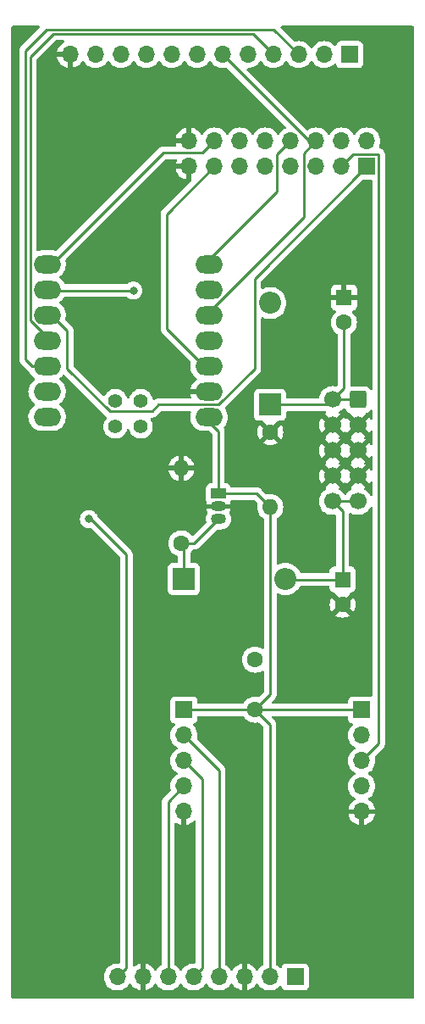
<source format=gtl>
G04 #@! TF.GenerationSoftware,KiCad,Pcbnew,(7.0.0)*
G04 #@! TF.CreationDate,2023-03-19T22:54:38+00:00*
G04 #@! TF.ProjectId,back_microlidian,6261636b-5f6d-4696-9372-6f6c69646961,rev?*
G04 #@! TF.SameCoordinates,Original*
G04 #@! TF.FileFunction,Copper,L1,Top*
G04 #@! TF.FilePolarity,Positive*
%FSLAX46Y46*%
G04 Gerber Fmt 4.6, Leading zero omitted, Abs format (unit mm)*
G04 Created by KiCad (PCBNEW (7.0.0)) date 2023-03-19 22:54:38*
%MOMM*%
%LPD*%
G01*
G04 APERTURE LIST*
G04 Aperture macros list*
%AMRoundRect*
0 Rectangle with rounded corners*
0 $1 Rounding radius*
0 $2 $3 $4 $5 $6 $7 $8 $9 X,Y pos of 4 corners*
0 Add a 4 corners polygon primitive as box body*
4,1,4,$2,$3,$4,$5,$6,$7,$8,$9,$2,$3,0*
0 Add four circle primitives for the rounded corners*
1,1,$1+$1,$2,$3*
1,1,$1+$1,$4,$5*
1,1,$1+$1,$6,$7*
1,1,$1+$1,$8,$9*
0 Add four rect primitives between the rounded corners*
20,1,$1+$1,$2,$3,$4,$5,0*
20,1,$1+$1,$4,$5,$6,$7,0*
20,1,$1+$1,$6,$7,$8,$9,0*
20,1,$1+$1,$8,$9,$2,$3,0*%
G04 Aperture macros list end*
G04 #@! TA.AperFunction,ComponentPad*
%ADD10R,1.500000X1.050000*%
G04 #@! TD*
G04 #@! TA.AperFunction,ComponentPad*
%ADD11O,1.500000X1.050000*%
G04 #@! TD*
G04 #@! TA.AperFunction,ComponentPad*
%ADD12R,1.700000X1.700000*%
G04 #@! TD*
G04 #@! TA.AperFunction,ComponentPad*
%ADD13O,1.700000X1.700000*%
G04 #@! TD*
G04 #@! TA.AperFunction,ComponentPad*
%ADD14R,2.200000X2.200000*%
G04 #@! TD*
G04 #@! TA.AperFunction,ComponentPad*
%ADD15O,2.200000X2.200000*%
G04 #@! TD*
G04 #@! TA.AperFunction,ComponentPad*
%ADD16C,1.600000*%
G04 #@! TD*
G04 #@! TA.AperFunction,ComponentPad*
%ADD17O,1.600000X1.600000*%
G04 #@! TD*
G04 #@! TA.AperFunction,ComponentPad*
%ADD18R,1.600000X1.600000*%
G04 #@! TD*
G04 #@! TA.AperFunction,ComponentPad*
%ADD19O,2.750000X1.800000*%
G04 #@! TD*
G04 #@! TA.AperFunction,ComponentPad*
%ADD20C,1.397000*%
G04 #@! TD*
G04 #@! TA.AperFunction,ComponentPad*
%ADD21RoundRect,0.250000X0.600000X0.600000X-0.600000X0.600000X-0.600000X-0.600000X0.600000X-0.600000X0*%
G04 #@! TD*
G04 #@! TA.AperFunction,ComponentPad*
%ADD22C,1.700000*%
G04 #@! TD*
G04 #@! TA.AperFunction,ViaPad*
%ADD23C,0.800000*%
G04 #@! TD*
G04 #@! TA.AperFunction,Conductor*
%ADD24C,0.250000*%
G04 #@! TD*
G04 APERTURE END LIST*
D10*
X58974399Y-93040199D03*
D11*
X58974399Y-94310199D03*
X58974399Y-95580199D03*
D12*
X66649799Y-141299599D03*
D13*
X64109799Y-141299599D03*
X61569799Y-141299599D03*
X59029799Y-141299599D03*
X56489799Y-141299599D03*
X53949799Y-141299599D03*
X51409799Y-141299599D03*
X48869799Y-141299599D03*
D14*
X55524399Y-101549199D03*
D15*
X65684399Y-101549199D03*
D16*
X64160400Y-86877200D03*
D17*
X64160399Y-94377199D03*
D16*
X62635126Y-109613800D03*
X62635126Y-114613800D03*
D12*
X72085199Y-49174399D03*
D13*
X69545199Y-49174399D03*
X67005199Y-49174399D03*
X64465199Y-49174399D03*
X61925199Y-49174399D03*
X59385199Y-49174399D03*
X56845199Y-49174399D03*
X54305199Y-49174399D03*
X51765199Y-49174399D03*
X49225199Y-49174399D03*
X46685199Y-49174399D03*
X44145199Y-49174399D03*
D16*
X55270400Y-97993200D03*
D17*
X55270399Y-90493199D03*
D14*
X64160399Y-84150199D03*
D15*
X64160399Y-73990199D03*
D12*
X73303999Y-114630199D03*
D13*
X73303999Y-117170199D03*
X73303999Y-119710199D03*
X73303999Y-122250199D03*
X73303999Y-124790199D03*
D18*
X71399399Y-101609199D03*
D16*
X71399400Y-104109200D03*
D12*
X55523999Y-114630199D03*
D13*
X55523999Y-117170199D03*
X55523999Y-119710199D03*
X55523999Y-122250199D03*
X55523999Y-124790199D03*
D19*
X41841399Y-85369399D03*
X41841399Y-82829399D03*
X41841399Y-80289399D03*
X41841399Y-77749399D03*
X41841399Y-75209399D03*
X41841399Y-72669399D03*
X41841399Y-70129399D03*
X58031399Y-70129399D03*
X58031399Y-72669399D03*
X58031399Y-75209399D03*
X58031399Y-77749399D03*
X58031399Y-80289399D03*
X58031399Y-82829399D03*
X58031399Y-85369399D03*
D20*
X48666400Y-86321400D03*
X51206400Y-86321400D03*
X48666400Y-83781400D03*
X51206400Y-83781400D03*
D12*
X73821999Y-60346999D03*
D13*
X73821999Y-57806999D03*
X71281999Y-60346999D03*
X71281999Y-57806999D03*
X68741999Y-60346999D03*
X68741999Y-57806999D03*
X66201999Y-60346999D03*
X66201999Y-57806999D03*
X63661999Y-60346999D03*
X63661999Y-57806999D03*
X61121999Y-60346999D03*
X61121999Y-57806999D03*
X58581999Y-60346999D03*
X58581999Y-57806999D03*
X56041999Y-60346999D03*
X56041999Y-57806999D03*
D21*
X72923400Y-83642200D03*
D22*
X70383400Y-83642200D03*
X72923400Y-86182200D03*
X70383400Y-86182200D03*
X72923400Y-88722200D03*
X70383400Y-88722200D03*
X72923400Y-91262200D03*
X70383400Y-91262200D03*
X72923400Y-93802200D03*
X70383400Y-93802200D03*
D18*
X71526399Y-73440087D03*
D16*
X71526400Y-75940088D03*
D23*
X50469800Y-72745600D03*
X46024800Y-95580200D03*
D24*
X48101900Y-84804900D02*
X43840400Y-80543400D01*
X62611000Y-71558000D02*
X62611000Y-80543400D01*
X43840400Y-76733400D02*
X42316400Y-75209400D01*
X52329700Y-84804900D02*
X48101900Y-84804900D01*
X62611000Y-80543400D02*
X59010000Y-84144400D01*
X73822000Y-60347000D02*
X62611000Y-71558000D01*
X52990200Y-84144400D02*
X52329700Y-84804900D01*
X43840400Y-80543400D02*
X43840400Y-76733400D01*
X59010000Y-84144400D02*
X52990200Y-84144400D01*
X72457000Y-59172000D02*
X71282000Y-60347000D01*
X42392600Y-72745600D02*
X42316400Y-72669400D01*
X74997000Y-59172000D02*
X72457000Y-59172000D01*
X74997000Y-118017200D02*
X74997000Y-59172000D01*
X73304000Y-119710200D02*
X74997000Y-118017200D01*
X50469800Y-72745600D02*
X42392600Y-72745600D01*
X71526400Y-75940088D02*
X71526400Y-82499200D01*
X69875400Y-84150200D02*
X70383400Y-83642200D01*
X64160400Y-84150200D02*
X69875400Y-84150200D01*
X71526400Y-82499200D02*
X70383400Y-83642200D01*
X72923400Y-83642200D02*
X70383400Y-83642200D01*
X71399400Y-94818200D02*
X71399400Y-101609200D01*
X71399400Y-101609200D02*
X65744400Y-101609200D01*
X65744400Y-101609200D02*
X65684400Y-101549200D01*
X70383400Y-93802200D02*
X71399400Y-94818200D01*
X72923400Y-93802200D02*
X70383400Y-93802200D01*
X56561400Y-97993200D02*
X58974400Y-95580200D01*
X55524400Y-101549200D02*
X55524400Y-98247200D01*
X55270400Y-97993200D02*
X56561400Y-97993200D01*
X55524400Y-98247200D02*
X55270400Y-97993200D01*
X41826600Y-46667000D02*
X39674800Y-48818800D01*
X64497800Y-46667000D02*
X41826600Y-46667000D01*
X40360600Y-80289400D02*
X42316400Y-80289400D01*
X39674800Y-48818800D02*
X39674800Y-79603600D01*
X67005200Y-49174400D02*
X64497800Y-46667000D01*
X39674800Y-79603600D02*
X40360600Y-80289400D01*
X40141400Y-49419000D02*
X40141400Y-75716812D01*
X64465200Y-49174400D02*
X62407800Y-47117000D01*
X42443400Y-47117000D02*
X40141400Y-49419000D01*
X42173988Y-77749400D02*
X42316400Y-77749400D01*
X62407800Y-47117000D02*
X42443400Y-47117000D01*
X40141400Y-75716812D02*
X42173988Y-77749400D01*
X64837000Y-59172000D02*
X64837000Y-62848800D01*
X66202000Y-57807000D02*
X64837000Y-59172000D01*
X64837000Y-62848800D02*
X57556400Y-70129400D01*
X68742000Y-57807000D02*
X67538600Y-59010400D01*
X57698812Y-75209400D02*
X57556400Y-75209400D01*
X67538600Y-59010400D02*
X67538600Y-65369612D01*
X59385200Y-49174400D02*
X68017800Y-57807000D01*
X68017800Y-57807000D02*
X68742000Y-57807000D01*
X67538600Y-65369612D02*
X57698812Y-75209400D01*
X59029800Y-120676000D02*
X59029800Y-141299600D01*
X55524000Y-117170200D02*
X59029800Y-120676000D01*
X57339800Y-121526000D02*
X57339800Y-140449600D01*
X55524000Y-119710200D02*
X57339800Y-121526000D01*
X57339800Y-140449600D02*
X56489800Y-141299600D01*
X53949800Y-123824400D02*
X53949800Y-141299600D01*
X55524000Y-122250200D02*
X53949800Y-123824400D01*
X49758600Y-140410800D02*
X49758600Y-99110800D01*
X57407000Y-58982000D02*
X53463800Y-58982000D01*
X46228000Y-95580200D02*
X46024800Y-95580200D01*
X58582000Y-57807000D02*
X57407000Y-58982000D01*
X53463800Y-58982000D02*
X42316400Y-70129400D01*
X48869800Y-141299600D02*
X49758600Y-140410800D01*
X49758600Y-99110800D02*
X46228000Y-95580200D01*
X64109800Y-116088474D02*
X62635126Y-114613800D01*
X62635126Y-114613800D02*
X64160400Y-113088526D01*
X62635126Y-114613800D02*
X55540400Y-114613800D01*
X62635126Y-114613800D02*
X73287600Y-114613800D01*
X55540400Y-114613800D02*
X55524000Y-114630200D01*
X58974400Y-86787400D02*
X57556400Y-85369400D01*
X73287600Y-114613800D02*
X73304000Y-114630200D01*
X58974400Y-93040200D02*
X58974400Y-86787400D01*
X64160400Y-113088526D02*
X64160400Y-94377200D01*
X62823400Y-93040200D02*
X64160400Y-94377200D01*
X58974400Y-93040200D02*
X62823400Y-93040200D01*
X64109800Y-141299600D02*
X64109800Y-116088474D01*
X53822600Y-76555600D02*
X57556400Y-80289400D01*
X53822600Y-65106400D02*
X53822600Y-76555600D01*
X58582000Y-60347000D02*
X53822600Y-65106400D01*
G04 #@! TA.AperFunction,Conductor*
G36*
X41069052Y-46310405D02*
G01*
X41113075Y-46348005D01*
X41135230Y-46401492D01*
X41130688Y-46459208D01*
X41100438Y-46508571D01*
X39287496Y-48321511D01*
X39279311Y-48328959D01*
X39272923Y-48333014D01*
X39267588Y-48338694D01*
X39267583Y-48338699D01*
X39226896Y-48382025D01*
X39224192Y-48384816D01*
X39207428Y-48401580D01*
X39207421Y-48401587D01*
X39204680Y-48404329D01*
X39202300Y-48407396D01*
X39202289Y-48407409D01*
X39202200Y-48407525D01*
X39194642Y-48416370D01*
X39170080Y-48442527D01*
X39170073Y-48442536D01*
X39164738Y-48448218D01*
X39160982Y-48455049D01*
X39160979Y-48455054D01*
X39155085Y-48465775D01*
X39144409Y-48482027D01*
X39136909Y-48491696D01*
X39136901Y-48491707D01*
X39132127Y-48497864D01*
X39129034Y-48505008D01*
X39129029Y-48505019D01*
X39114774Y-48537960D01*
X39109638Y-48548443D01*
X39088603Y-48586708D01*
X39086664Y-48594256D01*
X39086663Y-48594261D01*
X39083622Y-48606107D01*
X39077321Y-48624511D01*
X39072458Y-48635748D01*
X39072456Y-48635752D01*
X39069362Y-48642904D01*
X39068142Y-48650603D01*
X39068142Y-48650605D01*
X39062529Y-48686041D01*
X39060161Y-48697476D01*
X39051238Y-48732228D01*
X39051236Y-48732236D01*
X39049300Y-48739781D01*
X39049300Y-48747577D01*
X39049300Y-48759817D01*
X39047774Y-48779202D01*
X39044640Y-48798996D01*
X39045374Y-48806761D01*
X39045374Y-48806764D01*
X39048750Y-48842476D01*
X39049300Y-48854145D01*
X39049300Y-79525825D01*
X39048778Y-79536880D01*
X39047127Y-79544267D01*
X39047371Y-79552053D01*
X39047371Y-79552061D01*
X39049239Y-79611473D01*
X39049300Y-79615368D01*
X39049300Y-79642950D01*
X39049788Y-79646819D01*
X39049789Y-79646825D01*
X39049804Y-79646943D01*
X39050718Y-79658566D01*
X39051845Y-79694430D01*
X39051846Y-79694437D01*
X39052091Y-79702227D01*
X39054267Y-79709719D01*
X39054268Y-79709721D01*
X39057679Y-79721462D01*
X39061625Y-79740515D01*
X39064136Y-79760392D01*
X39067006Y-79767642D01*
X39067008Y-79767648D01*
X39080214Y-79801004D01*
X39083997Y-79812051D01*
X39096182Y-79853990D01*
X39100153Y-79860705D01*
X39100154Y-79860707D01*
X39106381Y-79871237D01*
X39114936Y-79888699D01*
X39119442Y-79900080D01*
X39119443Y-79900083D01*
X39122314Y-79907332D01*
X39129026Y-79916570D01*
X39147981Y-79942660D01*
X39154393Y-79952422D01*
X39172656Y-79983302D01*
X39172659Y-79983307D01*
X39176630Y-79990020D01*
X39182145Y-79995535D01*
X39190790Y-80004180D01*
X39203426Y-80018974D01*
X39210619Y-80028875D01*
X39210623Y-80028879D01*
X39215206Y-80035187D01*
X39221215Y-80040158D01*
X39221216Y-80040159D01*
X39248858Y-80063026D01*
X39257499Y-80070889D01*
X39863307Y-80676697D01*
X39870756Y-80684883D01*
X39874814Y-80691277D01*
X39880499Y-80696615D01*
X39880501Y-80696618D01*
X39923839Y-80737315D01*
X39926635Y-80740025D01*
X39946130Y-80759520D01*
X39949215Y-80761913D01*
X39949301Y-80761980D01*
X39958173Y-80769558D01*
X39971780Y-80782335D01*
X39990018Y-80799462D01*
X39996848Y-80803217D01*
X39996851Y-80803219D01*
X40007571Y-80809112D01*
X40023822Y-80819786D01*
X40039664Y-80832074D01*
X40046832Y-80835175D01*
X40049337Y-80836657D01*
X40080303Y-80862618D01*
X40101276Y-80897156D01*
X40111336Y-80922190D01*
X40131412Y-80954795D01*
X40233572Y-81120715D01*
X40233575Y-81120719D01*
X40236331Y-81125195D01*
X40239804Y-81129141D01*
X40239807Y-81129145D01*
X40258231Y-81150078D01*
X40393836Y-81304155D01*
X40579320Y-81453923D01*
X40583920Y-81456492D01*
X40588286Y-81459444D01*
X40586796Y-81461648D01*
X40623489Y-81495634D01*
X40642692Y-81555715D01*
X40629855Y-81617470D01*
X40588298Y-81664920D01*
X40487764Y-81732869D01*
X40487760Y-81732871D01*
X40483397Y-81735821D01*
X40479597Y-81739462D01*
X40479592Y-81739467D01*
X40315085Y-81897133D01*
X40315078Y-81897140D01*
X40311282Y-81900779D01*
X40308154Y-81905008D01*
X40308149Y-81905014D01*
X40172654Y-82088215D01*
X40172647Y-82088226D01*
X40169521Y-82092453D01*
X40167152Y-82097150D01*
X40167148Y-82097158D01*
X40068902Y-82292019D01*
X40062193Y-82305326D01*
X40060652Y-82310356D01*
X40060651Y-82310360D01*
X39993926Y-82528240D01*
X39993924Y-82528246D01*
X39992384Y-82533277D01*
X39991715Y-82538498D01*
X39991715Y-82538500D01*
X39970199Y-82706520D01*
X39962102Y-82769746D01*
X39962325Y-82775000D01*
X39962325Y-82775005D01*
X39971551Y-82992192D01*
X39972220Y-83007932D01*
X39973327Y-83013073D01*
X39973329Y-83013081D01*
X40021335Y-83235828D01*
X40022446Y-83240981D01*
X40024411Y-83245871D01*
X40093311Y-83417335D01*
X40111336Y-83462190D01*
X40114092Y-83466666D01*
X40114093Y-83466668D01*
X40233572Y-83660715D01*
X40233575Y-83660719D01*
X40236331Y-83665195D01*
X40239804Y-83669141D01*
X40239807Y-83669145D01*
X40253591Y-83684806D01*
X40393836Y-83844155D01*
X40579320Y-83993923D01*
X40583920Y-83996492D01*
X40588286Y-83999444D01*
X40586796Y-84001648D01*
X40623489Y-84035634D01*
X40642692Y-84095715D01*
X40629855Y-84157470D01*
X40588298Y-84204920D01*
X40487764Y-84272869D01*
X40487760Y-84272871D01*
X40483397Y-84275821D01*
X40479597Y-84279462D01*
X40479592Y-84279467D01*
X40315085Y-84437133D01*
X40315078Y-84437140D01*
X40311282Y-84440779D01*
X40308154Y-84445008D01*
X40308149Y-84445014D01*
X40172654Y-84628215D01*
X40172647Y-84628226D01*
X40169521Y-84632453D01*
X40167152Y-84637150D01*
X40167148Y-84637158D01*
X40066038Y-84837700D01*
X40062193Y-84845326D01*
X40060652Y-84850356D01*
X40060651Y-84850360D01*
X39993926Y-85068240D01*
X39993926Y-85068241D01*
X39992384Y-85073277D01*
X39991715Y-85078498D01*
X39991715Y-85078500D01*
X39966390Y-85276265D01*
X39962102Y-85309746D01*
X39962325Y-85315000D01*
X39962325Y-85315005D01*
X39971717Y-85536096D01*
X39972220Y-85547932D01*
X39973327Y-85553073D01*
X39973329Y-85553081D01*
X40021335Y-85775828D01*
X40022446Y-85780981D01*
X40111336Y-86002190D01*
X40114092Y-86006666D01*
X40114093Y-86006668D01*
X40233572Y-86200715D01*
X40233575Y-86200719D01*
X40236331Y-86205195D01*
X40239804Y-86209141D01*
X40239807Y-86209145D01*
X40249608Y-86220281D01*
X40393836Y-86384155D01*
X40579320Y-86533923D01*
X40787446Y-86650190D01*
X41012229Y-86729611D01*
X41247200Y-86769900D01*
X42373266Y-86769900D01*
X42375897Y-86769900D01*
X42553941Y-86754746D01*
X42784649Y-86694675D01*
X43001886Y-86596477D01*
X43199403Y-86462979D01*
X43371518Y-86298021D01*
X43513279Y-86106347D01*
X43620607Y-85893474D01*
X43690416Y-85665523D01*
X43720698Y-85429054D01*
X43710580Y-85190868D01*
X43660354Y-84957819D01*
X43571464Y-84736610D01*
X43459444Y-84554678D01*
X43449227Y-84538084D01*
X43449225Y-84538082D01*
X43446469Y-84533605D01*
X43288964Y-84354645D01*
X43103480Y-84204877D01*
X43098885Y-84202310D01*
X43094512Y-84199354D01*
X43095733Y-84197547D01*
X43058206Y-84161395D01*
X43040043Y-84101694D01*
X43053257Y-84040707D01*
X43094500Y-83993880D01*
X43199403Y-83922979D01*
X43371518Y-83758021D01*
X43513279Y-83566347D01*
X43620607Y-83353474D01*
X43690416Y-83125523D01*
X43720698Y-82889054D01*
X43710580Y-82650868D01*
X43660354Y-82417819D01*
X43571464Y-82196610D01*
X43446469Y-81993605D01*
X43288964Y-81814645D01*
X43103480Y-81664877D01*
X43098885Y-81662310D01*
X43094512Y-81659354D01*
X43095733Y-81657547D01*
X43058206Y-81621395D01*
X43040043Y-81561694D01*
X43053257Y-81500707D01*
X43094500Y-81453880D01*
X43199403Y-81382979D01*
X43371518Y-81218021D01*
X43396003Y-81184914D01*
X43435796Y-81150078D01*
X43486491Y-81134992D01*
X43538862Y-81142405D01*
X43583378Y-81170969D01*
X47604607Y-85192198D01*
X47612059Y-85200387D01*
X47616114Y-85206777D01*
X47665123Y-85252800D01*
X47667919Y-85255510D01*
X47687429Y-85275020D01*
X47690609Y-85277487D01*
X47699471Y-85285055D01*
X47709795Y-85294751D01*
X47725632Y-85309623D01*
X47725634Y-85309624D01*
X47731318Y-85314962D01*
X47742491Y-85321104D01*
X47783938Y-85358086D01*
X47805082Y-85409453D01*
X47801677Y-85464897D01*
X47776272Y-85509982D01*
X47776532Y-85510178D01*
X47775074Y-85512107D01*
X47775070Y-85512113D01*
X47773087Y-85514738D01*
X47773084Y-85514743D01*
X47646074Y-85682932D01*
X47646071Y-85682936D01*
X47642622Y-85687504D01*
X47640069Y-85692629D01*
X47640067Y-85692634D01*
X47546135Y-85881275D01*
X47546131Y-85881283D01*
X47543576Y-85886416D01*
X47542006Y-85891933D01*
X47542004Y-85891939D01*
X47515666Y-85984509D01*
X47482766Y-86100140D01*
X47482237Y-86105845D01*
X47482237Y-86105847D01*
X47471633Y-86220281D01*
X47462263Y-86321400D01*
X47462792Y-86327109D01*
X47477299Y-86483668D01*
X47482766Y-86542660D01*
X47484335Y-86548174D01*
X47542004Y-86750860D01*
X47542005Y-86750862D01*
X47543576Y-86756384D01*
X47546133Y-86761520D01*
X47546135Y-86761524D01*
X47632002Y-86933968D01*
X47642622Y-86955296D01*
X47646074Y-86959867D01*
X47773074Y-87128044D01*
X47773079Y-87128049D01*
X47776532Y-87132622D01*
X47780768Y-87136483D01*
X47780772Y-87136488D01*
X47889527Y-87235631D01*
X47940745Y-87282322D01*
X48129670Y-87399299D01*
X48336872Y-87479570D01*
X48555296Y-87520400D01*
X48771775Y-87520400D01*
X48777504Y-87520400D01*
X48995928Y-87479570D01*
X49203130Y-87399299D01*
X49392055Y-87282322D01*
X49556268Y-87132622D01*
X49690178Y-86955296D01*
X49789224Y-86756384D01*
X49817134Y-86658289D01*
X49849533Y-86603736D01*
X49904675Y-86572351D01*
X49968125Y-86572351D01*
X50023267Y-86603736D01*
X50055665Y-86658289D01*
X50062206Y-86681278D01*
X50082004Y-86750861D01*
X50082006Y-86750866D01*
X50083576Y-86756384D01*
X50086133Y-86761520D01*
X50086135Y-86761524D01*
X50172002Y-86933968D01*
X50182622Y-86955296D01*
X50186074Y-86959867D01*
X50313074Y-87128044D01*
X50313079Y-87128049D01*
X50316532Y-87132622D01*
X50320768Y-87136483D01*
X50320772Y-87136488D01*
X50429527Y-87235631D01*
X50480745Y-87282322D01*
X50669670Y-87399299D01*
X50876872Y-87479570D01*
X51095296Y-87520400D01*
X51311775Y-87520400D01*
X51317504Y-87520400D01*
X51535928Y-87479570D01*
X51743130Y-87399299D01*
X51932055Y-87282322D01*
X52096268Y-87132622D01*
X52230178Y-86955296D01*
X52329224Y-86756384D01*
X52390034Y-86542660D01*
X52410537Y-86321400D01*
X52390034Y-86100140D01*
X52329224Y-85886416D01*
X52230178Y-85687504D01*
X52187400Y-85630857D01*
X52162978Y-85568541D01*
X52174501Y-85502609D01*
X52218613Y-85452270D01*
X52282458Y-85432193D01*
X52333862Y-85430577D01*
X52337575Y-85430461D01*
X52341468Y-85430400D01*
X52365148Y-85430400D01*
X52369050Y-85430400D01*
X52373013Y-85429899D01*
X52384663Y-85428980D01*
X52428327Y-85427609D01*
X52447561Y-85422019D01*
X52466617Y-85418074D01*
X52486492Y-85415564D01*
X52527095Y-85399487D01*
X52538150Y-85395702D01*
X52580090Y-85383518D01*
X52597329Y-85373322D01*
X52614803Y-85364762D01*
X52626174Y-85360260D01*
X52626176Y-85360258D01*
X52633432Y-85357386D01*
X52668769Y-85331711D01*
X52678524Y-85325303D01*
X52716120Y-85303070D01*
X52730284Y-85288905D01*
X52745079Y-85276268D01*
X52761287Y-85264494D01*
X52789128Y-85230838D01*
X52796969Y-85222219D01*
X53212974Y-84806216D01*
X53253200Y-84779339D01*
X53300653Y-84769900D01*
X56107633Y-84769900D01*
X56163458Y-84783177D01*
X56207329Y-84820166D01*
X56229849Y-84872944D01*
X56226198Y-84930208D01*
X56217743Y-84957819D01*
X56183927Y-85068240D01*
X56182384Y-85073277D01*
X56181715Y-85078498D01*
X56181715Y-85078500D01*
X56156390Y-85276265D01*
X56152102Y-85309746D01*
X56152325Y-85315000D01*
X56152325Y-85315005D01*
X56161717Y-85536096D01*
X56162220Y-85547932D01*
X56163327Y-85553073D01*
X56163329Y-85553081D01*
X56211335Y-85775828D01*
X56212446Y-85780981D01*
X56301336Y-86002190D01*
X56304092Y-86006666D01*
X56304093Y-86006668D01*
X56423572Y-86200715D01*
X56423575Y-86200719D01*
X56426331Y-86205195D01*
X56429804Y-86209141D01*
X56429807Y-86209145D01*
X56439608Y-86220281D01*
X56583836Y-86384155D01*
X56769320Y-86533923D01*
X56977446Y-86650190D01*
X57202229Y-86729611D01*
X57437200Y-86769900D01*
X58020947Y-86769900D01*
X58068400Y-86779339D01*
X58108628Y-86806219D01*
X58312581Y-87010172D01*
X58339461Y-87050400D01*
X58348900Y-87097853D01*
X58348900Y-91890701D01*
X58332287Y-91952701D01*
X58286900Y-91998088D01*
X58224900Y-92014701D01*
X58176528Y-92014701D01*
X58173250Y-92015053D01*
X58173238Y-92015054D01*
X58124631Y-92020279D01*
X58124625Y-92020280D01*
X58116917Y-92021109D01*
X58109652Y-92023818D01*
X58109646Y-92023820D01*
X57990380Y-92068304D01*
X57990378Y-92068304D01*
X57982069Y-92071404D01*
X57974972Y-92076716D01*
X57974968Y-92076719D01*
X57873950Y-92152341D01*
X57873946Y-92152344D01*
X57866854Y-92157654D01*
X57861544Y-92164746D01*
X57861541Y-92164750D01*
X57785919Y-92265768D01*
X57785916Y-92265772D01*
X57780604Y-92272869D01*
X57777504Y-92281178D01*
X57777504Y-92281180D01*
X57733020Y-92400447D01*
X57733019Y-92400450D01*
X57730309Y-92407717D01*
X57729479Y-92415427D01*
X57729479Y-92415432D01*
X57724255Y-92464019D01*
X57724254Y-92464031D01*
X57723900Y-92467327D01*
X57723900Y-92470648D01*
X57723900Y-92470649D01*
X57723900Y-93609760D01*
X57723900Y-93609778D01*
X57723901Y-93613072D01*
X57724253Y-93616350D01*
X57724254Y-93616361D01*
X57729479Y-93664968D01*
X57729480Y-93664973D01*
X57730309Y-93672683D01*
X57733019Y-93679949D01*
X57733020Y-93679953D01*
X57777504Y-93799221D01*
X57777505Y-93799222D01*
X57780604Y-93807531D01*
X57785916Y-93814627D01*
X57788523Y-93819401D01*
X57803509Y-93872151D01*
X57796103Y-93915524D01*
X57797841Y-93916051D01*
X57758329Y-94046302D01*
X57757636Y-94057587D01*
X57768638Y-94060200D01*
X58118729Y-94060200D01*
X58131984Y-94060910D01*
X58176527Y-94065700D01*
X59772272Y-94065699D01*
X59816822Y-94060909D01*
X59830075Y-94060200D01*
X60180162Y-94060200D01*
X60191163Y-94057587D01*
X60190470Y-94046302D01*
X60150959Y-93916051D01*
X60152703Y-93915521D01*
X60145289Y-93872172D01*
X60160279Y-93819395D01*
X60162878Y-93814634D01*
X60168196Y-93807531D01*
X60191009Y-93746365D01*
X60217448Y-93704130D01*
X60258378Y-93675712D01*
X60307191Y-93665700D01*
X62512948Y-93665700D01*
X62560401Y-93675139D01*
X62600629Y-93702019D01*
X62860986Y-93962376D01*
X62893079Y-94017962D01*
X62893081Y-94082148D01*
X62874765Y-94150508D01*
X62874293Y-94155897D01*
X62874293Y-94155900D01*
X62864673Y-94265863D01*
X62854932Y-94377200D01*
X62855404Y-94382595D01*
X62863499Y-94475127D01*
X62874765Y-94603892D01*
X62876162Y-94609107D01*
X62876164Y-94609116D01*
X62932258Y-94818463D01*
X62932261Y-94818471D01*
X62933661Y-94823696D01*
X63029832Y-95029934D01*
X63032939Y-95034371D01*
X63032940Y-95034373D01*
X63063141Y-95077505D01*
X63160353Y-95216339D01*
X63321261Y-95377247D01*
X63333425Y-95385764D01*
X63482023Y-95489813D01*
X63520889Y-95534131D01*
X63534900Y-95591388D01*
X63534900Y-108418009D01*
X63516909Y-108482337D01*
X63468157Y-108527998D01*
X63402791Y-108541744D01*
X63339777Y-108519584D01*
X63292299Y-108486340D01*
X63292297Y-108486339D01*
X63287860Y-108483232D01*
X63081622Y-108387061D01*
X63076397Y-108385661D01*
X63076389Y-108385658D01*
X62867042Y-108329564D01*
X62867033Y-108329562D01*
X62861818Y-108328165D01*
X62856430Y-108327693D01*
X62856427Y-108327693D01*
X62640521Y-108308804D01*
X62635126Y-108308332D01*
X62629731Y-108308804D01*
X62413824Y-108327693D01*
X62413819Y-108327693D01*
X62408434Y-108328165D01*
X62403220Y-108329562D01*
X62403209Y-108329564D01*
X62193862Y-108385658D01*
X62193850Y-108385662D01*
X62188630Y-108387061D01*
X62183725Y-108389347D01*
X62183720Y-108389350D01*
X61987302Y-108480942D01*
X61987298Y-108480944D01*
X61982392Y-108483232D01*
X61977959Y-108486335D01*
X61977952Y-108486340D01*
X61800422Y-108610647D01*
X61800417Y-108610650D01*
X61795987Y-108613753D01*
X61792163Y-108617576D01*
X61792157Y-108617582D01*
X61638908Y-108770831D01*
X61638902Y-108770837D01*
X61635079Y-108774661D01*
X61631976Y-108779091D01*
X61631973Y-108779096D01*
X61507666Y-108956626D01*
X61507661Y-108956633D01*
X61504558Y-108961066D01*
X61502270Y-108965972D01*
X61502268Y-108965976D01*
X61410676Y-109162394D01*
X61410673Y-109162399D01*
X61408387Y-109167304D01*
X61406988Y-109172524D01*
X61406984Y-109172536D01*
X61350890Y-109381883D01*
X61350888Y-109381894D01*
X61349491Y-109387108D01*
X61329658Y-109613800D01*
X61349491Y-109840492D01*
X61350888Y-109845707D01*
X61350890Y-109845716D01*
X61406984Y-110055063D01*
X61406987Y-110055071D01*
X61408387Y-110060296D01*
X61504558Y-110266534D01*
X61635079Y-110452939D01*
X61795987Y-110613847D01*
X61982392Y-110744368D01*
X62188630Y-110840539D01*
X62408434Y-110899435D01*
X62635126Y-110919268D01*
X62861818Y-110899435D01*
X63081622Y-110840539D01*
X63287860Y-110744368D01*
X63339776Y-110708016D01*
X63402791Y-110685856D01*
X63468157Y-110699602D01*
X63516909Y-110745263D01*
X63534900Y-110809591D01*
X63534900Y-112778073D01*
X63525461Y-112825526D01*
X63498581Y-112865754D01*
X63049947Y-113314386D01*
X62994360Y-113346480D01*
X62930174Y-113346480D01*
X62867046Y-113329565D01*
X62867037Y-113329563D01*
X62861818Y-113328165D01*
X62856430Y-113327693D01*
X62856427Y-113327693D01*
X62640521Y-113308804D01*
X62635126Y-113308332D01*
X62629731Y-113308804D01*
X62413824Y-113327693D01*
X62413819Y-113327693D01*
X62408434Y-113328165D01*
X62403220Y-113329562D01*
X62403209Y-113329564D01*
X62193862Y-113385658D01*
X62193850Y-113385662D01*
X62188630Y-113387061D01*
X62183725Y-113389347D01*
X62183720Y-113389350D01*
X61987302Y-113480942D01*
X61987298Y-113480944D01*
X61982392Y-113483232D01*
X61977959Y-113486335D01*
X61977952Y-113486340D01*
X61800422Y-113610647D01*
X61800417Y-113610650D01*
X61795987Y-113613753D01*
X61792163Y-113617576D01*
X61792157Y-113617582D01*
X61638908Y-113770831D01*
X61638902Y-113770837D01*
X61635079Y-113774661D01*
X61631976Y-113779091D01*
X61631973Y-113779096D01*
X61522513Y-113935423D01*
X61478195Y-113974289D01*
X61420938Y-113988300D01*
X56998499Y-113988300D01*
X56936499Y-113971687D01*
X56891112Y-113926300D01*
X56874499Y-113864300D01*
X56874499Y-113735639D01*
X56874499Y-113732328D01*
X56868091Y-113672717D01*
X56817796Y-113537869D01*
X56731546Y-113422654D01*
X56616331Y-113336404D01*
X56481483Y-113286109D01*
X56473770Y-113285279D01*
X56473767Y-113285279D01*
X56425180Y-113280055D01*
X56425169Y-113280054D01*
X56421873Y-113279700D01*
X56418550Y-113279700D01*
X54629439Y-113279700D01*
X54629420Y-113279700D01*
X54626128Y-113279701D01*
X54622850Y-113280053D01*
X54622838Y-113280054D01*
X54574231Y-113285279D01*
X54574225Y-113285280D01*
X54566517Y-113286109D01*
X54559252Y-113288818D01*
X54559246Y-113288820D01*
X54439980Y-113333304D01*
X54439978Y-113333304D01*
X54431669Y-113336404D01*
X54424572Y-113341716D01*
X54424568Y-113341719D01*
X54323550Y-113417341D01*
X54323546Y-113417344D01*
X54316454Y-113422654D01*
X54311144Y-113429746D01*
X54311141Y-113429750D01*
X54235519Y-113530768D01*
X54235516Y-113530772D01*
X54230204Y-113537869D01*
X54227104Y-113546178D01*
X54227104Y-113546180D01*
X54182620Y-113665447D01*
X54182619Y-113665450D01*
X54179909Y-113672717D01*
X54179079Y-113680427D01*
X54179079Y-113680432D01*
X54173855Y-113729019D01*
X54173854Y-113729031D01*
X54173500Y-113732327D01*
X54173500Y-113735648D01*
X54173500Y-113735649D01*
X54173500Y-115524760D01*
X54173500Y-115524778D01*
X54173501Y-115528072D01*
X54173853Y-115531350D01*
X54173854Y-115531361D01*
X54179079Y-115579968D01*
X54179080Y-115579973D01*
X54179909Y-115587683D01*
X54182619Y-115594949D01*
X54182620Y-115594953D01*
X54203865Y-115651912D01*
X54230204Y-115722531D01*
X54235518Y-115729630D01*
X54235519Y-115729631D01*
X54246782Y-115744677D01*
X54316454Y-115837746D01*
X54431669Y-115923996D01*
X54541405Y-115964925D01*
X54563082Y-115973010D01*
X54613462Y-116007989D01*
X54640915Y-116062833D01*
X54638726Y-116124126D01*
X54607431Y-116176873D01*
X54485505Y-116298799D01*
X54482402Y-116303229D01*
X54482399Y-116303234D01*
X54353073Y-116487931D01*
X54353068Y-116487938D01*
X54349965Y-116492371D01*
X54347677Y-116497277D01*
X54347675Y-116497281D01*
X54252386Y-116701627D01*
X54252383Y-116701632D01*
X54250097Y-116706537D01*
X54248698Y-116711757D01*
X54248694Y-116711769D01*
X54190337Y-116929565D01*
X54190335Y-116929571D01*
X54188937Y-116934792D01*
X54168341Y-117170200D01*
X54188937Y-117405608D01*
X54190336Y-117410830D01*
X54190337Y-117410834D01*
X54248694Y-117628630D01*
X54248697Y-117628638D01*
X54250097Y-117633863D01*
X54252385Y-117638770D01*
X54252386Y-117638772D01*
X54347678Y-117843127D01*
X54347681Y-117843133D01*
X54349965Y-117848030D01*
X54353064Y-117852457D01*
X54353066Y-117852459D01*
X54482399Y-118037166D01*
X54482402Y-118037170D01*
X54485505Y-118041601D01*
X54652599Y-118208695D01*
X54657032Y-118211799D01*
X54657038Y-118211804D01*
X54838158Y-118338625D01*
X54877024Y-118382943D01*
X54891035Y-118440200D01*
X54877024Y-118497457D01*
X54838158Y-118541775D01*
X54652599Y-118671705D01*
X54648775Y-118675528D01*
X54648769Y-118675534D01*
X54489334Y-118834969D01*
X54489328Y-118834975D01*
X54485505Y-118838799D01*
X54482402Y-118843229D01*
X54482399Y-118843234D01*
X54353073Y-119027931D01*
X54353068Y-119027938D01*
X54349965Y-119032371D01*
X54347677Y-119037277D01*
X54347675Y-119037281D01*
X54252386Y-119241627D01*
X54252383Y-119241632D01*
X54250097Y-119246537D01*
X54248698Y-119251757D01*
X54248694Y-119251769D01*
X54190337Y-119469565D01*
X54190336Y-119469569D01*
X54188937Y-119474792D01*
X54188465Y-119480177D01*
X54188465Y-119480182D01*
X54168813Y-119704805D01*
X54168341Y-119710200D01*
X54168813Y-119715595D01*
X54188465Y-119940217D01*
X54188465Y-119940220D01*
X54188937Y-119945608D01*
X54190336Y-119950830D01*
X54190337Y-119950834D01*
X54248694Y-120168630D01*
X54248697Y-120168638D01*
X54250097Y-120173863D01*
X54252385Y-120178770D01*
X54252386Y-120178772D01*
X54347678Y-120383127D01*
X54347681Y-120383133D01*
X54349965Y-120388030D01*
X54353064Y-120392457D01*
X54353066Y-120392459D01*
X54482399Y-120577166D01*
X54482402Y-120577170D01*
X54485505Y-120581601D01*
X54652599Y-120748695D01*
X54657032Y-120751799D01*
X54657038Y-120751804D01*
X54838158Y-120878625D01*
X54877024Y-120922943D01*
X54891035Y-120980200D01*
X54877024Y-121037457D01*
X54838159Y-121081775D01*
X54657041Y-121208595D01*
X54652599Y-121211705D01*
X54648775Y-121215528D01*
X54648769Y-121215534D01*
X54489334Y-121374969D01*
X54489328Y-121374975D01*
X54485505Y-121378799D01*
X54482402Y-121383229D01*
X54482399Y-121383234D01*
X54353073Y-121567931D01*
X54353068Y-121567938D01*
X54349965Y-121572371D01*
X54347677Y-121577277D01*
X54347675Y-121577281D01*
X54252386Y-121781627D01*
X54252383Y-121781632D01*
X54250097Y-121786537D01*
X54248698Y-121791757D01*
X54248694Y-121791769D01*
X54190337Y-122009565D01*
X54190335Y-122009571D01*
X54188937Y-122014792D01*
X54168341Y-122250200D01*
X54188937Y-122485608D01*
X54190336Y-122490830D01*
X54190337Y-122490834D01*
X54215856Y-122586072D01*
X54215856Y-122650259D01*
X54183762Y-122705846D01*
X53562496Y-123327111D01*
X53554311Y-123334559D01*
X53547923Y-123338614D01*
X53542588Y-123344294D01*
X53542583Y-123344299D01*
X53501896Y-123387625D01*
X53499192Y-123390416D01*
X53482428Y-123407180D01*
X53482421Y-123407187D01*
X53479680Y-123409929D01*
X53477300Y-123412996D01*
X53477289Y-123413009D01*
X53477200Y-123413125D01*
X53469642Y-123421970D01*
X53445080Y-123448127D01*
X53445073Y-123448136D01*
X53439738Y-123453818D01*
X53435982Y-123460649D01*
X53435979Y-123460654D01*
X53430085Y-123471375D01*
X53419409Y-123487627D01*
X53411909Y-123497296D01*
X53411901Y-123497307D01*
X53407127Y-123503464D01*
X53404034Y-123510608D01*
X53404029Y-123510619D01*
X53389774Y-123543560D01*
X53384638Y-123554043D01*
X53367360Y-123585473D01*
X53363603Y-123592308D01*
X53361664Y-123599856D01*
X53361663Y-123599861D01*
X53358622Y-123611707D01*
X53352321Y-123630111D01*
X53347458Y-123641348D01*
X53347456Y-123641352D01*
X53344362Y-123648504D01*
X53343142Y-123656203D01*
X53343142Y-123656205D01*
X53337529Y-123691641D01*
X53335161Y-123703076D01*
X53326238Y-123737828D01*
X53326236Y-123737836D01*
X53324300Y-123745381D01*
X53324300Y-123753177D01*
X53324300Y-123765417D01*
X53322774Y-123784802D01*
X53319640Y-123804596D01*
X53320374Y-123812361D01*
X53320374Y-123812364D01*
X53323750Y-123848076D01*
X53324300Y-123859745D01*
X53324300Y-140024374D01*
X53310289Y-140081631D01*
X53271425Y-140125947D01*
X53209768Y-140169119D01*
X53082834Y-140257999D01*
X53082829Y-140258002D01*
X53078399Y-140261105D01*
X53074575Y-140264928D01*
X53074569Y-140264934D01*
X52915134Y-140424369D01*
X52915128Y-140424375D01*
X52911305Y-140428199D01*
X52908203Y-140432628D01*
X52908203Y-140432629D01*
X52781069Y-140614196D01*
X52736751Y-140653061D01*
X52679494Y-140667072D01*
X52622237Y-140653061D01*
X52577919Y-140614195D01*
X52451015Y-140432957D01*
X52444080Y-140424692D01*
X52284709Y-140265321D01*
X52276443Y-140258384D01*
X52091808Y-140129101D01*
X52082476Y-140123713D01*
X51878197Y-140028456D01*
X51868063Y-140024768D01*
X51673580Y-139972656D01*
X51662351Y-139972288D01*
X51659800Y-139983231D01*
X51659800Y-142615969D01*
X51662351Y-142626911D01*
X51673580Y-142626543D01*
X51868063Y-142574431D01*
X51878197Y-142570743D01*
X52082476Y-142475486D01*
X52091808Y-142470098D01*
X52276443Y-142340815D01*
X52284709Y-142333878D01*
X52444078Y-142174509D01*
X52451019Y-142166238D01*
X52577919Y-141985006D01*
X52622237Y-141946140D01*
X52679494Y-141932129D01*
X52736751Y-141946140D01*
X52781069Y-141985005D01*
X52908199Y-142166566D01*
X52908202Y-142166570D01*
X52911305Y-142171001D01*
X53078399Y-142338095D01*
X53082831Y-142341198D01*
X53082833Y-142341200D01*
X53227060Y-142442189D01*
X53271970Y-142473635D01*
X53486137Y-142573503D01*
X53714392Y-142634663D01*
X53949800Y-142655259D01*
X54185208Y-142634663D01*
X54413463Y-142573503D01*
X54627630Y-142473635D01*
X54821201Y-142338095D01*
X54988295Y-142171001D01*
X55118224Y-141985442D01*
X55162543Y-141946576D01*
X55219800Y-141932565D01*
X55277057Y-141946576D01*
X55321375Y-141985442D01*
X55448195Y-142166561D01*
X55448201Y-142166568D01*
X55451305Y-142171001D01*
X55618399Y-142338095D01*
X55622831Y-142341198D01*
X55622833Y-142341200D01*
X55767060Y-142442189D01*
X55811970Y-142473635D01*
X56026137Y-142573503D01*
X56254392Y-142634663D01*
X56489800Y-142655259D01*
X56725208Y-142634663D01*
X56953463Y-142573503D01*
X57167630Y-142473635D01*
X57361201Y-142338095D01*
X57528295Y-142171001D01*
X57658224Y-141985442D01*
X57702543Y-141946576D01*
X57759800Y-141932565D01*
X57817057Y-141946576D01*
X57861375Y-141985442D01*
X57988195Y-142166561D01*
X57988201Y-142166568D01*
X57991305Y-142171001D01*
X58158399Y-142338095D01*
X58162831Y-142341198D01*
X58162833Y-142341200D01*
X58307060Y-142442189D01*
X58351970Y-142473635D01*
X58566137Y-142573503D01*
X58794392Y-142634663D01*
X59029800Y-142655259D01*
X59265208Y-142634663D01*
X59493463Y-142573503D01*
X59707630Y-142473635D01*
X59901201Y-142338095D01*
X60068295Y-142171001D01*
X60198530Y-141985005D01*
X60242848Y-141946140D01*
X60300105Y-141932129D01*
X60357362Y-141946140D01*
X60401680Y-141985005D01*
X60528584Y-142166243D01*
X60535521Y-142174509D01*
X60694890Y-142333878D01*
X60703156Y-142340815D01*
X60887791Y-142470098D01*
X60897123Y-142475486D01*
X61101402Y-142570743D01*
X61111536Y-142574431D01*
X61306019Y-142626543D01*
X61317248Y-142626911D01*
X61319800Y-142615969D01*
X61319800Y-139983231D01*
X61317248Y-139972288D01*
X61306019Y-139972656D01*
X61111536Y-140024768D01*
X61101402Y-140028456D01*
X60897132Y-140123710D01*
X60887782Y-140129108D01*
X60703157Y-140258384D01*
X60694892Y-140265319D01*
X60535519Y-140424692D01*
X60528588Y-140432952D01*
X60401680Y-140614196D01*
X60357362Y-140653061D01*
X60300105Y-140667072D01*
X60242848Y-140653061D01*
X60198530Y-140614195D01*
X60068295Y-140428199D01*
X59901201Y-140261105D01*
X59896770Y-140258002D01*
X59896766Y-140257999D01*
X59708176Y-140125947D01*
X59669311Y-140081629D01*
X59655300Y-140024372D01*
X59655300Y-120753775D01*
X59655821Y-120742719D01*
X59657473Y-120735333D01*
X59655361Y-120668127D01*
X59655300Y-120664232D01*
X59655300Y-120640541D01*
X59655300Y-120636650D01*
X59654798Y-120632677D01*
X59653880Y-120621018D01*
X59652754Y-120585173D01*
X59652509Y-120577373D01*
X59646920Y-120558140D01*
X59642974Y-120539083D01*
X59641441Y-120526944D01*
X59640464Y-120519208D01*
X59624382Y-120478591D01*
X59620603Y-120467551D01*
X59610595Y-120433102D01*
X59610593Y-120433099D01*
X59608418Y-120425610D01*
X59598217Y-120408360D01*
X59589663Y-120390901D01*
X59582286Y-120372268D01*
X59556608Y-120336925D01*
X59550201Y-120327171D01*
X59531942Y-120296296D01*
X59531941Y-120296294D01*
X59527970Y-120289580D01*
X59513804Y-120275414D01*
X59501170Y-120260622D01*
X59489394Y-120244413D01*
X59483383Y-120239440D01*
X59483381Y-120239438D01*
X59455741Y-120216573D01*
X59447100Y-120208710D01*
X56864237Y-117625846D01*
X56832143Y-117570258D01*
X56832143Y-117506076D01*
X56859063Y-117405608D01*
X56879659Y-117170200D01*
X56859063Y-116934792D01*
X56797903Y-116706537D01*
X56698035Y-116492371D01*
X56562495Y-116298799D01*
X56440569Y-116176873D01*
X56409273Y-116124127D01*
X56407084Y-116062834D01*
X56434537Y-116007989D01*
X56484916Y-115973010D01*
X56616331Y-115923996D01*
X56731546Y-115837746D01*
X56817796Y-115722531D01*
X56868091Y-115587683D01*
X56874500Y-115528073D01*
X56874500Y-115363300D01*
X56891113Y-115301300D01*
X56936500Y-115255913D01*
X56998500Y-115239300D01*
X61420938Y-115239300D01*
X61478195Y-115253311D01*
X61522513Y-115292177D01*
X61635079Y-115452939D01*
X61795987Y-115613847D01*
X61982392Y-115744368D01*
X62188630Y-115840539D01*
X62193860Y-115841940D01*
X62193862Y-115841941D01*
X62340077Y-115881119D01*
X62408434Y-115899435D01*
X62635126Y-115919268D01*
X62861818Y-115899435D01*
X62930174Y-115881119D01*
X62994360Y-115881119D01*
X63049948Y-115913213D01*
X63447981Y-116311246D01*
X63474861Y-116351474D01*
X63484300Y-116398927D01*
X63484300Y-140024374D01*
X63470289Y-140081631D01*
X63431425Y-140125947D01*
X63369768Y-140169119D01*
X63242834Y-140257999D01*
X63242829Y-140258002D01*
X63238399Y-140261105D01*
X63234575Y-140264928D01*
X63234569Y-140264934D01*
X63075134Y-140424369D01*
X63075128Y-140424375D01*
X63071305Y-140428199D01*
X63068203Y-140432628D01*
X63068203Y-140432629D01*
X62941069Y-140614196D01*
X62896751Y-140653061D01*
X62839494Y-140667072D01*
X62782237Y-140653061D01*
X62737919Y-140614195D01*
X62611015Y-140432957D01*
X62604080Y-140424692D01*
X62444709Y-140265321D01*
X62436443Y-140258384D01*
X62251808Y-140129101D01*
X62242476Y-140123713D01*
X62038197Y-140028456D01*
X62028063Y-140024768D01*
X61833580Y-139972656D01*
X61822351Y-139972288D01*
X61819800Y-139983231D01*
X61819800Y-142615969D01*
X61822351Y-142626911D01*
X61833580Y-142626543D01*
X62028063Y-142574431D01*
X62038197Y-142570743D01*
X62242476Y-142475486D01*
X62251808Y-142470098D01*
X62436443Y-142340815D01*
X62444709Y-142333878D01*
X62604078Y-142174509D01*
X62611019Y-142166238D01*
X62737919Y-141985006D01*
X62782237Y-141946140D01*
X62839494Y-141932129D01*
X62896751Y-141946140D01*
X62941069Y-141985005D01*
X63068199Y-142166566D01*
X63068202Y-142166570D01*
X63071305Y-142171001D01*
X63238399Y-142338095D01*
X63242831Y-142341198D01*
X63242833Y-142341200D01*
X63387060Y-142442189D01*
X63431970Y-142473635D01*
X63646137Y-142573503D01*
X63874392Y-142634663D01*
X64109800Y-142655259D01*
X64345208Y-142634663D01*
X64573463Y-142573503D01*
X64787630Y-142473635D01*
X64981201Y-142338095D01*
X65103129Y-142216166D01*
X65155872Y-142184873D01*
X65217165Y-142182684D01*
X65272010Y-142210137D01*
X65306989Y-142260516D01*
X65356004Y-142391931D01*
X65361318Y-142399030D01*
X65361319Y-142399031D01*
X65417167Y-142473635D01*
X65442254Y-142507146D01*
X65557469Y-142593396D01*
X65692317Y-142643691D01*
X65751927Y-142650100D01*
X67547672Y-142650099D01*
X67607283Y-142643691D01*
X67742131Y-142593396D01*
X67857346Y-142507146D01*
X67943596Y-142391931D01*
X67993891Y-142257083D01*
X68000300Y-142197473D01*
X68000299Y-140401728D01*
X67993891Y-140342117D01*
X67943596Y-140207269D01*
X67857346Y-140092054D01*
X67766830Y-140024294D01*
X67749231Y-140011119D01*
X67749230Y-140011118D01*
X67742131Y-140005804D01*
X67635242Y-139965937D01*
X67614552Y-139958220D01*
X67614550Y-139958219D01*
X67607283Y-139955509D01*
X67599570Y-139954679D01*
X67599567Y-139954679D01*
X67550980Y-139949455D01*
X67550969Y-139949454D01*
X67547673Y-139949100D01*
X67544350Y-139949100D01*
X65755239Y-139949100D01*
X65755220Y-139949100D01*
X65751928Y-139949101D01*
X65748650Y-139949453D01*
X65748638Y-139949454D01*
X65700031Y-139954679D01*
X65700025Y-139954680D01*
X65692317Y-139955509D01*
X65685052Y-139958218D01*
X65685046Y-139958220D01*
X65565780Y-140002704D01*
X65565778Y-140002704D01*
X65557469Y-140005804D01*
X65550372Y-140011116D01*
X65550368Y-140011119D01*
X65449350Y-140086741D01*
X65449346Y-140086744D01*
X65442254Y-140092054D01*
X65436944Y-140099146D01*
X65436941Y-140099150D01*
X65361319Y-140200168D01*
X65361316Y-140200172D01*
X65356004Y-140207269D01*
X65352904Y-140215578D01*
X65352905Y-140215578D01*
X65306989Y-140338683D01*
X65272010Y-140389062D01*
X65217165Y-140416515D01*
X65155872Y-140414326D01*
X65103126Y-140383030D01*
X64985032Y-140264936D01*
X64985030Y-140264934D01*
X64981201Y-140261105D01*
X64976770Y-140258002D01*
X64976766Y-140257999D01*
X64788176Y-140125947D01*
X64749311Y-140081629D01*
X64735300Y-140024372D01*
X64735300Y-125042751D01*
X71976688Y-125042751D01*
X71977056Y-125053980D01*
X72029168Y-125248463D01*
X72032856Y-125258597D01*
X72128113Y-125462876D01*
X72133501Y-125472208D01*
X72262784Y-125656843D01*
X72269721Y-125665109D01*
X72429090Y-125824478D01*
X72437356Y-125831415D01*
X72621991Y-125960698D01*
X72631323Y-125966086D01*
X72835602Y-126061343D01*
X72845736Y-126065031D01*
X73040219Y-126117143D01*
X73051448Y-126117511D01*
X73054000Y-126106569D01*
X73554000Y-126106569D01*
X73556551Y-126117511D01*
X73567780Y-126117143D01*
X73762263Y-126065031D01*
X73772397Y-126061343D01*
X73976676Y-125966086D01*
X73986008Y-125960698D01*
X74170643Y-125831415D01*
X74178909Y-125824478D01*
X74338278Y-125665109D01*
X74345215Y-125656843D01*
X74474498Y-125472208D01*
X74479886Y-125462876D01*
X74575143Y-125258597D01*
X74578831Y-125248463D01*
X74630943Y-125053980D01*
X74631311Y-125042751D01*
X74620369Y-125040200D01*
X73570326Y-125040200D01*
X73557450Y-125043650D01*
X73554000Y-125056526D01*
X73554000Y-126106569D01*
X73054000Y-126106569D01*
X73054000Y-125056526D01*
X73050549Y-125043650D01*
X73037674Y-125040200D01*
X71987631Y-125040200D01*
X71976688Y-125042751D01*
X64735300Y-125042751D01*
X64735300Y-116166249D01*
X64735821Y-116155193D01*
X64737473Y-116147807D01*
X64735361Y-116080601D01*
X64735300Y-116076706D01*
X64735300Y-116053015D01*
X64735300Y-116049124D01*
X64734798Y-116045151D01*
X64733880Y-116033492D01*
X64732754Y-115997647D01*
X64732509Y-115989847D01*
X64726920Y-115970614D01*
X64722974Y-115951557D01*
X64721441Y-115939418D01*
X64720464Y-115931682D01*
X64704382Y-115891065D01*
X64700603Y-115880025D01*
X64690595Y-115845576D01*
X64690593Y-115845573D01*
X64688418Y-115838084D01*
X64678217Y-115820834D01*
X64669663Y-115803375D01*
X64662286Y-115784742D01*
X64636608Y-115749399D01*
X64630201Y-115739645D01*
X64611942Y-115708770D01*
X64611941Y-115708768D01*
X64607970Y-115702054D01*
X64593805Y-115687889D01*
X64581170Y-115673096D01*
X64569394Y-115656887D01*
X64563383Y-115651914D01*
X64563381Y-115651912D01*
X64535741Y-115629047D01*
X64527100Y-115621184D01*
X64356897Y-115450981D01*
X64326647Y-115401618D01*
X64322105Y-115343902D01*
X64344260Y-115290415D01*
X64388283Y-115252815D01*
X64444578Y-115239300D01*
X71829501Y-115239300D01*
X71891501Y-115255913D01*
X71936888Y-115301300D01*
X71953501Y-115363300D01*
X71953501Y-115528072D01*
X71953853Y-115531350D01*
X71953854Y-115531361D01*
X71959079Y-115579968D01*
X71959080Y-115579973D01*
X71959909Y-115587683D01*
X71962619Y-115594949D01*
X71962620Y-115594953D01*
X71983865Y-115651912D01*
X72010204Y-115722531D01*
X72015518Y-115729630D01*
X72015519Y-115729631D01*
X72026782Y-115744677D01*
X72096454Y-115837746D01*
X72211669Y-115923996D01*
X72321405Y-115964925D01*
X72343082Y-115973010D01*
X72393462Y-116007989D01*
X72420915Y-116062833D01*
X72418726Y-116124126D01*
X72387430Y-116176873D01*
X72265505Y-116298799D01*
X72262402Y-116303229D01*
X72262399Y-116303234D01*
X72133073Y-116487931D01*
X72133068Y-116487938D01*
X72129965Y-116492371D01*
X72127677Y-116497277D01*
X72127675Y-116497281D01*
X72032386Y-116701627D01*
X72032383Y-116701632D01*
X72030097Y-116706537D01*
X72028698Y-116711757D01*
X72028694Y-116711769D01*
X71970337Y-116929565D01*
X71970335Y-116929571D01*
X71968937Y-116934792D01*
X71948341Y-117170200D01*
X71968937Y-117405608D01*
X71970336Y-117410830D01*
X71970337Y-117410834D01*
X72028694Y-117628630D01*
X72028697Y-117628638D01*
X72030097Y-117633863D01*
X72032385Y-117638770D01*
X72032386Y-117638772D01*
X72127678Y-117843127D01*
X72127681Y-117843133D01*
X72129965Y-117848030D01*
X72133064Y-117852457D01*
X72133066Y-117852459D01*
X72262399Y-118037166D01*
X72262402Y-118037170D01*
X72265505Y-118041601D01*
X72432599Y-118208695D01*
X72437032Y-118211799D01*
X72437038Y-118211804D01*
X72618158Y-118338625D01*
X72657024Y-118382943D01*
X72671035Y-118440200D01*
X72657024Y-118497457D01*
X72618158Y-118541775D01*
X72432599Y-118671705D01*
X72428775Y-118675528D01*
X72428769Y-118675534D01*
X72269334Y-118834969D01*
X72269328Y-118834975D01*
X72265505Y-118838799D01*
X72262402Y-118843229D01*
X72262399Y-118843234D01*
X72133073Y-119027931D01*
X72133068Y-119027938D01*
X72129965Y-119032371D01*
X72127677Y-119037277D01*
X72127675Y-119037281D01*
X72032386Y-119241627D01*
X72032383Y-119241632D01*
X72030097Y-119246537D01*
X72028698Y-119251757D01*
X72028694Y-119251769D01*
X71970337Y-119469565D01*
X71970336Y-119469569D01*
X71968937Y-119474792D01*
X71968465Y-119480177D01*
X71968465Y-119480182D01*
X71948813Y-119704805D01*
X71948341Y-119710200D01*
X71948813Y-119715595D01*
X71968465Y-119940217D01*
X71968465Y-119940220D01*
X71968937Y-119945608D01*
X71970336Y-119950830D01*
X71970337Y-119950834D01*
X72028694Y-120168630D01*
X72028697Y-120168638D01*
X72030097Y-120173863D01*
X72032385Y-120178770D01*
X72032386Y-120178772D01*
X72127678Y-120383127D01*
X72127681Y-120383133D01*
X72129965Y-120388030D01*
X72133064Y-120392457D01*
X72133066Y-120392459D01*
X72262399Y-120577166D01*
X72262402Y-120577170D01*
X72265505Y-120581601D01*
X72432599Y-120748695D01*
X72437032Y-120751799D01*
X72437038Y-120751804D01*
X72618158Y-120878625D01*
X72657024Y-120922943D01*
X72671035Y-120980200D01*
X72657024Y-121037457D01*
X72618159Y-121081775D01*
X72437041Y-121208595D01*
X72432599Y-121211705D01*
X72428775Y-121215528D01*
X72428769Y-121215534D01*
X72269334Y-121374969D01*
X72269328Y-121374975D01*
X72265505Y-121378799D01*
X72262402Y-121383229D01*
X72262399Y-121383234D01*
X72133073Y-121567931D01*
X72133068Y-121567938D01*
X72129965Y-121572371D01*
X72127677Y-121577277D01*
X72127675Y-121577281D01*
X72032386Y-121781627D01*
X72032383Y-121781632D01*
X72030097Y-121786537D01*
X72028698Y-121791757D01*
X72028694Y-121791769D01*
X71970337Y-122009565D01*
X71970335Y-122009571D01*
X71968937Y-122014792D01*
X71948341Y-122250200D01*
X71968937Y-122485608D01*
X71970336Y-122490830D01*
X71970337Y-122490834D01*
X72028694Y-122708630D01*
X72028697Y-122708638D01*
X72030097Y-122713863D01*
X72032385Y-122718770D01*
X72032386Y-122718772D01*
X72127678Y-122923127D01*
X72127681Y-122923133D01*
X72129965Y-122928030D01*
X72133064Y-122932457D01*
X72133066Y-122932459D01*
X72262399Y-123117166D01*
X72262402Y-123117170D01*
X72265505Y-123121601D01*
X72432599Y-123288695D01*
X72437031Y-123291798D01*
X72437033Y-123291800D01*
X72618595Y-123418931D01*
X72657460Y-123463249D01*
X72671471Y-123520506D01*
X72657460Y-123577763D01*
X72618595Y-123622081D01*
X72437352Y-123748988D01*
X72429092Y-123755919D01*
X72269719Y-123915292D01*
X72262784Y-123923557D01*
X72133508Y-124108182D01*
X72128110Y-124117532D01*
X72032856Y-124321802D01*
X72029168Y-124331936D01*
X71977056Y-124526419D01*
X71976688Y-124537648D01*
X71987631Y-124540200D01*
X74620369Y-124540200D01*
X74631311Y-124537648D01*
X74630943Y-124526419D01*
X74578831Y-124331936D01*
X74575143Y-124321802D01*
X74479889Y-124117532D01*
X74474491Y-124108182D01*
X74345215Y-123923557D01*
X74338280Y-123915292D01*
X74178909Y-123755921D01*
X74170643Y-123748984D01*
X73989405Y-123622080D01*
X73950540Y-123577762D01*
X73936529Y-123520505D01*
X73950540Y-123463248D01*
X73989406Y-123418930D01*
X73991136Y-123417719D01*
X74175401Y-123288695D01*
X74342495Y-123121601D01*
X74478035Y-122928030D01*
X74577903Y-122713863D01*
X74639063Y-122485608D01*
X74659659Y-122250200D01*
X74639063Y-122014792D01*
X74577903Y-121786537D01*
X74478035Y-121572371D01*
X74342495Y-121378799D01*
X74175401Y-121211705D01*
X74170968Y-121208601D01*
X74170961Y-121208595D01*
X73989842Y-121081775D01*
X73950976Y-121037457D01*
X73936965Y-120980200D01*
X73950976Y-120922943D01*
X73989842Y-120878625D01*
X74170961Y-120751804D01*
X74170961Y-120751803D01*
X74175401Y-120748695D01*
X74342495Y-120581601D01*
X74478035Y-120388030D01*
X74577903Y-120173863D01*
X74639063Y-119945608D01*
X74659659Y-119710200D01*
X74639063Y-119474792D01*
X74612143Y-119374326D01*
X74612143Y-119310139D01*
X74644235Y-119254553D01*
X75384306Y-118514482D01*
X75392482Y-118507043D01*
X75398877Y-118502986D01*
X75444933Y-118453940D01*
X75447550Y-118451238D01*
X75467120Y-118431670D01*
X75469565Y-118428516D01*
X75477155Y-118419628D01*
X75507062Y-118387782D01*
X75516709Y-118370232D01*
X75527393Y-118353966D01*
X75539674Y-118338136D01*
X75557018Y-118298051D01*
X75562160Y-118287556D01*
X75583197Y-118249292D01*
X75588179Y-118229889D01*
X75594480Y-118211483D01*
X75602438Y-118193095D01*
X75609269Y-118149956D01*
X75611639Y-118138515D01*
X75620560Y-118103774D01*
X75620559Y-118103774D01*
X75622500Y-118096219D01*
X75622500Y-118076183D01*
X75624025Y-118056797D01*
X75627160Y-118037004D01*
X75623050Y-117993524D01*
X75622500Y-117981855D01*
X75622500Y-59242849D01*
X75624696Y-59219614D01*
X75624766Y-59219246D01*
X75626227Y-59211588D01*
X75622745Y-59156241D01*
X75622500Y-59148455D01*
X75622500Y-59136543D01*
X75622500Y-59132650D01*
X75620517Y-59116957D01*
X75619787Y-59109231D01*
X75616304Y-59053862D01*
X75613780Y-59046094D01*
X75608687Y-59023310D01*
X75607664Y-59015208D01*
X75587233Y-58963606D01*
X75584603Y-58956299D01*
X75567467Y-58903559D01*
X75563091Y-58896663D01*
X75552497Y-58875873D01*
X75549486Y-58868268D01*
X75516881Y-58823391D01*
X75512502Y-58816948D01*
X75482786Y-58770123D01*
X75477099Y-58764783D01*
X75477096Y-58764779D01*
X75476835Y-58764534D01*
X75461395Y-58747021D01*
X75461180Y-58746726D01*
X75456594Y-58740413D01*
X75413860Y-58705060D01*
X75408018Y-58699910D01*
X75373265Y-58667275D01*
X75367582Y-58661938D01*
X75360750Y-58658182D01*
X75360746Y-58658179D01*
X75360411Y-58657995D01*
X75341117Y-58644882D01*
X75340838Y-58644651D01*
X75340832Y-58644647D01*
X75334823Y-58639676D01*
X75284633Y-58616057D01*
X75277702Y-58612526D01*
X75260539Y-58603091D01*
X75229092Y-58585803D01*
X75221537Y-58583863D01*
X75221532Y-58583861D01*
X75221179Y-58583771D01*
X75199223Y-58575867D01*
X75191826Y-58572386D01*
X75184159Y-58570923D01*
X75184158Y-58570923D01*
X75137357Y-58561995D01*
X75129751Y-58560295D01*
X75123567Y-58558707D01*
X75075449Y-58534215D01*
X75042302Y-58491594D01*
X75030409Y-58438927D01*
X75042026Y-58386201D01*
X75095903Y-58270663D01*
X75157063Y-58042408D01*
X75177659Y-57807000D01*
X75157063Y-57571592D01*
X75095903Y-57343337D01*
X74996035Y-57129171D01*
X74860495Y-56935599D01*
X74693401Y-56768505D01*
X74688970Y-56765402D01*
X74688966Y-56765399D01*
X74504259Y-56636066D01*
X74504257Y-56636064D01*
X74499830Y-56632965D01*
X74494933Y-56630681D01*
X74494927Y-56630678D01*
X74290572Y-56535386D01*
X74290570Y-56535385D01*
X74285663Y-56533097D01*
X74280438Y-56531697D01*
X74280430Y-56531694D01*
X74062634Y-56473337D01*
X74062630Y-56473336D01*
X74057408Y-56471937D01*
X74052020Y-56471465D01*
X74052017Y-56471465D01*
X73827395Y-56451813D01*
X73822000Y-56451341D01*
X73816605Y-56451813D01*
X73591982Y-56471465D01*
X73591977Y-56471465D01*
X73586592Y-56471937D01*
X73581371Y-56473335D01*
X73581365Y-56473337D01*
X73363569Y-56531694D01*
X73363557Y-56531698D01*
X73358337Y-56533097D01*
X73353432Y-56535383D01*
X73353427Y-56535386D01*
X73149081Y-56630675D01*
X73149077Y-56630677D01*
X73144171Y-56632965D01*
X73139738Y-56636068D01*
X73139731Y-56636073D01*
X72955034Y-56765399D01*
X72955029Y-56765402D01*
X72950599Y-56768505D01*
X72946775Y-56772328D01*
X72946769Y-56772334D01*
X72787334Y-56931769D01*
X72787328Y-56931775D01*
X72783505Y-56935599D01*
X72780402Y-56940029D01*
X72780399Y-56940034D01*
X72653575Y-57121159D01*
X72609257Y-57160025D01*
X72552000Y-57174036D01*
X72494743Y-57160025D01*
X72450425Y-57121159D01*
X72439327Y-57105310D01*
X72320495Y-56935599D01*
X72153401Y-56768505D01*
X72148970Y-56765402D01*
X72148966Y-56765399D01*
X71964259Y-56636066D01*
X71964257Y-56636064D01*
X71959830Y-56632965D01*
X71954933Y-56630681D01*
X71954927Y-56630678D01*
X71750572Y-56535386D01*
X71750570Y-56535385D01*
X71745663Y-56533097D01*
X71740438Y-56531697D01*
X71740430Y-56531694D01*
X71522634Y-56473337D01*
X71522630Y-56473336D01*
X71517408Y-56471937D01*
X71512020Y-56471465D01*
X71512017Y-56471465D01*
X71287395Y-56451813D01*
X71282000Y-56451341D01*
X71276605Y-56451813D01*
X71051982Y-56471465D01*
X71051977Y-56471465D01*
X71046592Y-56471937D01*
X71041371Y-56473335D01*
X71041365Y-56473337D01*
X70823569Y-56531694D01*
X70823557Y-56531698D01*
X70818337Y-56533097D01*
X70813432Y-56535383D01*
X70813427Y-56535386D01*
X70609081Y-56630675D01*
X70609077Y-56630677D01*
X70604171Y-56632965D01*
X70599738Y-56636068D01*
X70599731Y-56636073D01*
X70415034Y-56765399D01*
X70415029Y-56765402D01*
X70410599Y-56768505D01*
X70406775Y-56772328D01*
X70406769Y-56772334D01*
X70247334Y-56931769D01*
X70247328Y-56931775D01*
X70243505Y-56935599D01*
X70240402Y-56940029D01*
X70240399Y-56940034D01*
X70113575Y-57121159D01*
X70069257Y-57160025D01*
X70012000Y-57174036D01*
X69954743Y-57160025D01*
X69910425Y-57121159D01*
X69899327Y-57105310D01*
X69780495Y-56935599D01*
X69613401Y-56768505D01*
X69608970Y-56765402D01*
X69608966Y-56765399D01*
X69424259Y-56636066D01*
X69424257Y-56636064D01*
X69419830Y-56632965D01*
X69414933Y-56630681D01*
X69414927Y-56630678D01*
X69210572Y-56535386D01*
X69210570Y-56535385D01*
X69205663Y-56533097D01*
X69200438Y-56531697D01*
X69200430Y-56531694D01*
X68982634Y-56473337D01*
X68982630Y-56473336D01*
X68977408Y-56471937D01*
X68972020Y-56471465D01*
X68972017Y-56471465D01*
X68747395Y-56451813D01*
X68742000Y-56451341D01*
X68736605Y-56451813D01*
X68511982Y-56471465D01*
X68511977Y-56471465D01*
X68506592Y-56471937D01*
X68501371Y-56473335D01*
X68501365Y-56473337D01*
X68283569Y-56531694D01*
X68283557Y-56531698D01*
X68278337Y-56533097D01*
X68273432Y-56535383D01*
X68273427Y-56535386D01*
X68069081Y-56630675D01*
X68069077Y-56630677D01*
X68064171Y-56632965D01*
X68059738Y-56636068D01*
X68059731Y-56636073D01*
X67951887Y-56711586D01*
X67898735Y-56732702D01*
X67841760Y-56727717D01*
X67793083Y-56697692D01*
X61836659Y-50741268D01*
X61806409Y-50691905D01*
X61801867Y-50634189D01*
X61824022Y-50580702D01*
X61868045Y-50543102D01*
X61923128Y-50529877D01*
X61925200Y-50530059D01*
X62160608Y-50509463D01*
X62388863Y-50448303D01*
X62603030Y-50348435D01*
X62796601Y-50212895D01*
X62963695Y-50045801D01*
X63093624Y-49860242D01*
X63137943Y-49821376D01*
X63195200Y-49807365D01*
X63252457Y-49821376D01*
X63296775Y-49860242D01*
X63423595Y-50041361D01*
X63423601Y-50041368D01*
X63426705Y-50045801D01*
X63593799Y-50212895D01*
X63598231Y-50215998D01*
X63598233Y-50216000D01*
X63742460Y-50316989D01*
X63787370Y-50348435D01*
X64001537Y-50448303D01*
X64229792Y-50509463D01*
X64465200Y-50530059D01*
X64700608Y-50509463D01*
X64928863Y-50448303D01*
X65143030Y-50348435D01*
X65336601Y-50212895D01*
X65503695Y-50045801D01*
X65633624Y-49860242D01*
X65677943Y-49821376D01*
X65735200Y-49807365D01*
X65792457Y-49821376D01*
X65836775Y-49860242D01*
X65963595Y-50041361D01*
X65963601Y-50041368D01*
X65966705Y-50045801D01*
X66133799Y-50212895D01*
X66138231Y-50215998D01*
X66138233Y-50216000D01*
X66282460Y-50316989D01*
X66327370Y-50348435D01*
X66541537Y-50448303D01*
X66769792Y-50509463D01*
X67005200Y-50530059D01*
X67240608Y-50509463D01*
X67468863Y-50448303D01*
X67683030Y-50348435D01*
X67876601Y-50212895D01*
X68043695Y-50045801D01*
X68173624Y-49860242D01*
X68217943Y-49821376D01*
X68275200Y-49807365D01*
X68332457Y-49821376D01*
X68376775Y-49860242D01*
X68503595Y-50041361D01*
X68503601Y-50041368D01*
X68506705Y-50045801D01*
X68673799Y-50212895D01*
X68678231Y-50215998D01*
X68678233Y-50216000D01*
X68822460Y-50316989D01*
X68867370Y-50348435D01*
X69081537Y-50448303D01*
X69309792Y-50509463D01*
X69545200Y-50530059D01*
X69780608Y-50509463D01*
X70008863Y-50448303D01*
X70223030Y-50348435D01*
X70416601Y-50212895D01*
X70538529Y-50090966D01*
X70591272Y-50059673D01*
X70652565Y-50057484D01*
X70707410Y-50084937D01*
X70742389Y-50135316D01*
X70791404Y-50266731D01*
X70796718Y-50273830D01*
X70796719Y-50273831D01*
X70852567Y-50348435D01*
X70877654Y-50381946D01*
X70992869Y-50468196D01*
X71127717Y-50518491D01*
X71187327Y-50524900D01*
X72983072Y-50524899D01*
X73042683Y-50518491D01*
X73177531Y-50468196D01*
X73292746Y-50381946D01*
X73378996Y-50266731D01*
X73429291Y-50131883D01*
X73435700Y-50072273D01*
X73435699Y-48276528D01*
X73429291Y-48216917D01*
X73378996Y-48082069D01*
X73292746Y-47966854D01*
X73202230Y-47899094D01*
X73184631Y-47885919D01*
X73184630Y-47885918D01*
X73177531Y-47880604D01*
X73070642Y-47840737D01*
X73049952Y-47833020D01*
X73049950Y-47833019D01*
X73042683Y-47830309D01*
X73034970Y-47829479D01*
X73034967Y-47829479D01*
X72986380Y-47824255D01*
X72986369Y-47824254D01*
X72983073Y-47823900D01*
X72979750Y-47823900D01*
X71190639Y-47823900D01*
X71190620Y-47823900D01*
X71187328Y-47823901D01*
X71184050Y-47824253D01*
X71184038Y-47824254D01*
X71135431Y-47829479D01*
X71135425Y-47829480D01*
X71127717Y-47830309D01*
X71120452Y-47833018D01*
X71120446Y-47833020D01*
X71001180Y-47877504D01*
X71001178Y-47877504D01*
X70992869Y-47880604D01*
X70985772Y-47885916D01*
X70985768Y-47885919D01*
X70884750Y-47961541D01*
X70884746Y-47961544D01*
X70877654Y-47966854D01*
X70872344Y-47973946D01*
X70872341Y-47973950D01*
X70796719Y-48074968D01*
X70796716Y-48074972D01*
X70791404Y-48082069D01*
X70788304Y-48090378D01*
X70788305Y-48090378D01*
X70742389Y-48213483D01*
X70707410Y-48263862D01*
X70652565Y-48291315D01*
X70591272Y-48289126D01*
X70538526Y-48257830D01*
X70420432Y-48139736D01*
X70420430Y-48139734D01*
X70416601Y-48135905D01*
X70412170Y-48132802D01*
X70412166Y-48132799D01*
X70227459Y-48003466D01*
X70227457Y-48003464D01*
X70223030Y-48000365D01*
X70218133Y-47998081D01*
X70218127Y-47998078D01*
X70013772Y-47902786D01*
X70013770Y-47902785D01*
X70008863Y-47900497D01*
X70003638Y-47899097D01*
X70003630Y-47899094D01*
X69785834Y-47840737D01*
X69785830Y-47840736D01*
X69780608Y-47839337D01*
X69775220Y-47838865D01*
X69775217Y-47838865D01*
X69550595Y-47819213D01*
X69545200Y-47818741D01*
X69539805Y-47819213D01*
X69315182Y-47838865D01*
X69315177Y-47838865D01*
X69309792Y-47839337D01*
X69304571Y-47840735D01*
X69304565Y-47840737D01*
X69086769Y-47899094D01*
X69086757Y-47899098D01*
X69081537Y-47900497D01*
X69076632Y-47902783D01*
X69076627Y-47902786D01*
X68872281Y-47998075D01*
X68872277Y-47998077D01*
X68867371Y-48000365D01*
X68862938Y-48003468D01*
X68862931Y-48003473D01*
X68678234Y-48132799D01*
X68678229Y-48132802D01*
X68673799Y-48135905D01*
X68669975Y-48139728D01*
X68669969Y-48139734D01*
X68510534Y-48299169D01*
X68510528Y-48299175D01*
X68506705Y-48302999D01*
X68503602Y-48307429D01*
X68503599Y-48307434D01*
X68376775Y-48488559D01*
X68332457Y-48527425D01*
X68275200Y-48541436D01*
X68217943Y-48527425D01*
X68173625Y-48488559D01*
X68120101Y-48412119D01*
X68043695Y-48302999D01*
X67876601Y-48135905D01*
X67872170Y-48132802D01*
X67872166Y-48132799D01*
X67687459Y-48003466D01*
X67687457Y-48003464D01*
X67683030Y-48000365D01*
X67678133Y-47998081D01*
X67678127Y-47998078D01*
X67473772Y-47902786D01*
X67473770Y-47902785D01*
X67468863Y-47900497D01*
X67463638Y-47899097D01*
X67463630Y-47899094D01*
X67245834Y-47840737D01*
X67245830Y-47840736D01*
X67240608Y-47839337D01*
X67235220Y-47838865D01*
X67235217Y-47838865D01*
X67010595Y-47819213D01*
X67005200Y-47818741D01*
X66999805Y-47819213D01*
X66775182Y-47838865D01*
X66775177Y-47838865D01*
X66769792Y-47839337D01*
X66764570Y-47840735D01*
X66764565Y-47840737D01*
X66669326Y-47866256D01*
X66605139Y-47866256D01*
X66549552Y-47834162D01*
X65223962Y-46508571D01*
X65193712Y-46459208D01*
X65189170Y-46401492D01*
X65211325Y-46348005D01*
X65255348Y-46310405D01*
X65311643Y-46296890D01*
X78396468Y-46296890D01*
X78458468Y-46313503D01*
X78503855Y-46358890D01*
X78520468Y-46420890D01*
X78520468Y-143317390D01*
X78503855Y-143379390D01*
X78458468Y-143424777D01*
X78396468Y-143441390D01*
X38392968Y-143441390D01*
X38330968Y-143424777D01*
X38285581Y-143379390D01*
X38268968Y-143317390D01*
X38268968Y-95580200D01*
X45119340Y-95580200D01*
X45120019Y-95586660D01*
X45138446Y-95761995D01*
X45138447Y-95762003D01*
X45139126Y-95768456D01*
X45141131Y-95774628D01*
X45141133Y-95774635D01*
X45195613Y-95942305D01*
X45197621Y-95948484D01*
X45200868Y-95954108D01*
X45200869Y-95954110D01*
X45215766Y-95979913D01*
X45292267Y-96112416D01*
X45296611Y-96117241D01*
X45296613Y-96117243D01*
X45332776Y-96157406D01*
X45418929Y-96253088D01*
X45572070Y-96364351D01*
X45744997Y-96441344D01*
X45930154Y-96480700D01*
X46112943Y-96480700D01*
X46119446Y-96480700D01*
X46156235Y-96472880D01*
X46217232Y-96475275D01*
X46269697Y-96506488D01*
X49096781Y-99333572D01*
X49123661Y-99373800D01*
X49133100Y-99421253D01*
X49133100Y-139831655D01*
X49114638Y-139896752D01*
X49064751Y-139942466D01*
X48998292Y-139955182D01*
X48869800Y-139943941D01*
X48864405Y-139944413D01*
X48639782Y-139964065D01*
X48639777Y-139964065D01*
X48634392Y-139964537D01*
X48629171Y-139965935D01*
X48629165Y-139965937D01*
X48411369Y-140024294D01*
X48411357Y-140024298D01*
X48406137Y-140025697D01*
X48401232Y-140027983D01*
X48401227Y-140027986D01*
X48196881Y-140123275D01*
X48196877Y-140123277D01*
X48191971Y-140125565D01*
X48187538Y-140128668D01*
X48187531Y-140128673D01*
X48002834Y-140257999D01*
X48002829Y-140258002D01*
X47998399Y-140261105D01*
X47994575Y-140264928D01*
X47994569Y-140264934D01*
X47835134Y-140424369D01*
X47835128Y-140424375D01*
X47831305Y-140428199D01*
X47828202Y-140432629D01*
X47828199Y-140432634D01*
X47698873Y-140617331D01*
X47698868Y-140617338D01*
X47695765Y-140621771D01*
X47693477Y-140626677D01*
X47693475Y-140626681D01*
X47598186Y-140831027D01*
X47598183Y-140831032D01*
X47595897Y-140835937D01*
X47594498Y-140841157D01*
X47594494Y-140841169D01*
X47536137Y-141058965D01*
X47536135Y-141058971D01*
X47534737Y-141064192D01*
X47514141Y-141299600D01*
X47534737Y-141535008D01*
X47536136Y-141540230D01*
X47536137Y-141540234D01*
X47594494Y-141758030D01*
X47594497Y-141758038D01*
X47595897Y-141763263D01*
X47598185Y-141768170D01*
X47598186Y-141768172D01*
X47693478Y-141972527D01*
X47693481Y-141972533D01*
X47695765Y-141977430D01*
X47698864Y-141981857D01*
X47698866Y-141981859D01*
X47828199Y-142166566D01*
X47828202Y-142166570D01*
X47831305Y-142171001D01*
X47998399Y-142338095D01*
X48002831Y-142341198D01*
X48002833Y-142341200D01*
X48147060Y-142442189D01*
X48191970Y-142473635D01*
X48406137Y-142573503D01*
X48634392Y-142634663D01*
X48869800Y-142655259D01*
X49105208Y-142634663D01*
X49333463Y-142573503D01*
X49547630Y-142473635D01*
X49741201Y-142338095D01*
X49908295Y-142171001D01*
X50038530Y-141985005D01*
X50082848Y-141946140D01*
X50140105Y-141932129D01*
X50197362Y-141946140D01*
X50241680Y-141985005D01*
X50368584Y-142166243D01*
X50375521Y-142174509D01*
X50534890Y-142333878D01*
X50543156Y-142340815D01*
X50727791Y-142470098D01*
X50737123Y-142475486D01*
X50941402Y-142570743D01*
X50951536Y-142574431D01*
X51146019Y-142626543D01*
X51157248Y-142626911D01*
X51159800Y-142615969D01*
X51159800Y-139983231D01*
X51157248Y-139972288D01*
X51146019Y-139972656D01*
X50951536Y-140024768D01*
X50941402Y-140028456D01*
X50737132Y-140123710D01*
X50727782Y-140129108D01*
X50579223Y-140233131D01*
X50516210Y-140255291D01*
X50450843Y-140241545D01*
X50402091Y-140195884D01*
X50384100Y-140131556D01*
X50384100Y-102693778D01*
X53923900Y-102693778D01*
X53923901Y-102697072D01*
X53924253Y-102700350D01*
X53924254Y-102700361D01*
X53929479Y-102748968D01*
X53929480Y-102748973D01*
X53930309Y-102756683D01*
X53933019Y-102763949D01*
X53933020Y-102763953D01*
X53934062Y-102766746D01*
X53980604Y-102891531D01*
X53985918Y-102898630D01*
X53985919Y-102898631D01*
X54033754Y-102962531D01*
X54066854Y-103006746D01*
X54182069Y-103092996D01*
X54316917Y-103143291D01*
X54376527Y-103149700D01*
X56672272Y-103149699D01*
X56731883Y-103143291D01*
X56866731Y-103092996D01*
X56981946Y-103006746D01*
X57068196Y-102891531D01*
X57118491Y-102756683D01*
X57124900Y-102697073D01*
X57124899Y-100401328D01*
X57118491Y-100341717D01*
X57068196Y-100206869D01*
X56981946Y-100091654D01*
X56942166Y-100061875D01*
X56873831Y-100010719D01*
X56873830Y-100010718D01*
X56866731Y-100005404D01*
X56731883Y-99955109D01*
X56724170Y-99954279D01*
X56724167Y-99954279D01*
X56675580Y-99949055D01*
X56675569Y-99949054D01*
X56672273Y-99948700D01*
X56668951Y-99948700D01*
X56273900Y-99948700D01*
X56211900Y-99932087D01*
X56166513Y-99886700D01*
X56149900Y-99824700D01*
X56149900Y-99004248D01*
X56159339Y-98956795D01*
X56186219Y-98916567D01*
X56200446Y-98902340D01*
X56270447Y-98832339D01*
X56382956Y-98671657D01*
X56432516Y-98630220D01*
X56495628Y-98619433D01*
X56502067Y-98620873D01*
X56569272Y-98618761D01*
X56573168Y-98618700D01*
X56596848Y-98618700D01*
X56600750Y-98618700D01*
X56604713Y-98618199D01*
X56616363Y-98617280D01*
X56660027Y-98615909D01*
X56679261Y-98610319D01*
X56698317Y-98606374D01*
X56718192Y-98603864D01*
X56758795Y-98587787D01*
X56769850Y-98584002D01*
X56811790Y-98571818D01*
X56829029Y-98561622D01*
X56846503Y-98553062D01*
X56857874Y-98548560D01*
X56857876Y-98548558D01*
X56865132Y-98545686D01*
X56900469Y-98520011D01*
X56910224Y-98513603D01*
X56947820Y-98491370D01*
X56961984Y-98477205D01*
X56976779Y-98464568D01*
X56992987Y-98452794D01*
X57020828Y-98419138D01*
X57028679Y-98410509D01*
X58797171Y-96642019D01*
X58837400Y-96615139D01*
X58884853Y-96605700D01*
X59246730Y-96605700D01*
X59249780Y-96605700D01*
X59400433Y-96590862D01*
X59593741Y-96532223D01*
X59771894Y-96436998D01*
X59928047Y-96308847D01*
X60056198Y-96152694D01*
X60151423Y-95974541D01*
X60210062Y-95781233D01*
X60229862Y-95580200D01*
X60210062Y-95379167D01*
X60151423Y-95185859D01*
X60056198Y-95007706D01*
X60056843Y-95007361D01*
X60040928Y-94968936D01*
X60040929Y-94920554D01*
X60056555Y-94882829D01*
X60055780Y-94882415D01*
X60148086Y-94709723D01*
X60152727Y-94698517D01*
X60190470Y-94574097D01*
X60191163Y-94562812D01*
X60180162Y-94560200D01*
X59311715Y-94560200D01*
X59299561Y-94559603D01*
X59252814Y-94554998D01*
X59252797Y-94554997D01*
X59249780Y-94554700D01*
X58699020Y-94554700D01*
X58696003Y-94554997D01*
X58695985Y-94554998D01*
X58649239Y-94559603D01*
X58637085Y-94560200D01*
X57768638Y-94560200D01*
X57757636Y-94562812D01*
X57758329Y-94574097D01*
X57796072Y-94698517D01*
X57800713Y-94709723D01*
X57893020Y-94882415D01*
X57892244Y-94882829D01*
X57907871Y-94920554D01*
X57907872Y-94968936D01*
X57891956Y-95007361D01*
X57892602Y-95007706D01*
X57800248Y-95180486D01*
X57800244Y-95180493D01*
X57797377Y-95185859D01*
X57795610Y-95191682D01*
X57795609Y-95191686D01*
X57740506Y-95373336D01*
X57740504Y-95373343D01*
X57738738Y-95379167D01*
X57738141Y-95385223D01*
X57738140Y-95385231D01*
X57736843Y-95398404D01*
X57718938Y-95580200D01*
X57719535Y-95586261D01*
X57738140Y-95775168D01*
X57738141Y-95775174D01*
X57738738Y-95781233D01*
X57740506Y-95787064D01*
X57740508Y-95787070D01*
X57752083Y-95825230D01*
X57753706Y-95891353D01*
X57721103Y-95948904D01*
X56476047Y-97193960D01*
X56430777Y-97222801D01*
X56377559Y-97229807D01*
X56326367Y-97213667D01*
X56286792Y-97177404D01*
X56283734Y-97173038D01*
X56270447Y-97154061D01*
X56109539Y-96993153D01*
X55923134Y-96862632D01*
X55716896Y-96766461D01*
X55711671Y-96765061D01*
X55711663Y-96765058D01*
X55502316Y-96708964D01*
X55502307Y-96708962D01*
X55497092Y-96707565D01*
X55491704Y-96707093D01*
X55491701Y-96707093D01*
X55275795Y-96688204D01*
X55270400Y-96687732D01*
X55265005Y-96688204D01*
X55049098Y-96707093D01*
X55049093Y-96707093D01*
X55043708Y-96707565D01*
X55038494Y-96708962D01*
X55038483Y-96708964D01*
X54829136Y-96765058D01*
X54829124Y-96765062D01*
X54823904Y-96766461D01*
X54818999Y-96768747D01*
X54818994Y-96768750D01*
X54622576Y-96860342D01*
X54622572Y-96860344D01*
X54617666Y-96862632D01*
X54613233Y-96865735D01*
X54613226Y-96865740D01*
X54435696Y-96990047D01*
X54435691Y-96990050D01*
X54431261Y-96993153D01*
X54427437Y-96996976D01*
X54427431Y-96996982D01*
X54274182Y-97150231D01*
X54274176Y-97150237D01*
X54270353Y-97154061D01*
X54267250Y-97158491D01*
X54267247Y-97158496D01*
X54142940Y-97336026D01*
X54142935Y-97336033D01*
X54139832Y-97340466D01*
X54137544Y-97345372D01*
X54137542Y-97345376D01*
X54045950Y-97541794D01*
X54045947Y-97541799D01*
X54043661Y-97546704D01*
X54042262Y-97551924D01*
X54042258Y-97551936D01*
X53986164Y-97761283D01*
X53986162Y-97761294D01*
X53984765Y-97766508D01*
X53964932Y-97993200D01*
X53984765Y-98219892D01*
X53986162Y-98225107D01*
X53986164Y-98225116D01*
X54042258Y-98434463D01*
X54042261Y-98434471D01*
X54043661Y-98439696D01*
X54045949Y-98444603D01*
X54045950Y-98444605D01*
X54065185Y-98485854D01*
X54139832Y-98645934D01*
X54142939Y-98650371D01*
X54142940Y-98650373D01*
X54194759Y-98724379D01*
X54270353Y-98832339D01*
X54431261Y-98993247D01*
X54617666Y-99123768D01*
X54756636Y-99188571D01*
X54823904Y-99219939D01*
X54823482Y-99220843D01*
X54859996Y-99243367D01*
X54888759Y-99284446D01*
X54898900Y-99333559D01*
X54898900Y-99824701D01*
X54882287Y-99886701D01*
X54836900Y-99932088D01*
X54774900Y-99948701D01*
X54376528Y-99948701D01*
X54373250Y-99949053D01*
X54373238Y-99949054D01*
X54324631Y-99954279D01*
X54324625Y-99954280D01*
X54316917Y-99955109D01*
X54309652Y-99957818D01*
X54309646Y-99957820D01*
X54190380Y-100002304D01*
X54190378Y-100002304D01*
X54182069Y-100005404D01*
X54174972Y-100010716D01*
X54174968Y-100010719D01*
X54073950Y-100086341D01*
X54073946Y-100086344D01*
X54066854Y-100091654D01*
X54061544Y-100098746D01*
X54061541Y-100098750D01*
X53985919Y-100199768D01*
X53985916Y-100199772D01*
X53980604Y-100206869D01*
X53977504Y-100215178D01*
X53977504Y-100215180D01*
X53933020Y-100334447D01*
X53933019Y-100334450D01*
X53930309Y-100341717D01*
X53929479Y-100349427D01*
X53929479Y-100349432D01*
X53924255Y-100398019D01*
X53924254Y-100398031D01*
X53923900Y-100401327D01*
X53923900Y-100404648D01*
X53923900Y-100404649D01*
X53923900Y-102693760D01*
X53923900Y-102693778D01*
X50384100Y-102693778D01*
X50384100Y-99188571D01*
X50384620Y-99177518D01*
X50386272Y-99170132D01*
X50384161Y-99102944D01*
X50384100Y-99099050D01*
X50384100Y-99075345D01*
X50384100Y-99071450D01*
X50383598Y-99067481D01*
X50382680Y-99055824D01*
X50381554Y-99019972D01*
X50381309Y-99012172D01*
X50375720Y-98992939D01*
X50371774Y-98973882D01*
X50370241Y-98961746D01*
X50369264Y-98954008D01*
X50353181Y-98913387D01*
X50349399Y-98902340D01*
X50339393Y-98867901D01*
X50337217Y-98860410D01*
X50333244Y-98853692D01*
X50327022Y-98843170D01*
X50318460Y-98825692D01*
X50313960Y-98814327D01*
X50313959Y-98814326D01*
X50311086Y-98807068D01*
X50285412Y-98771731D01*
X50279009Y-98761984D01*
X50256770Y-98724379D01*
X50242605Y-98710214D01*
X50229968Y-98695418D01*
X50222784Y-98685529D01*
X50222778Y-98685523D01*
X50218194Y-98679213D01*
X50209066Y-98671662D01*
X50184546Y-98651377D01*
X50175905Y-98643514D01*
X46924852Y-95392461D01*
X46894603Y-95343099D01*
X46851979Y-95211916D01*
X46757333Y-95047984D01*
X46721066Y-95007706D01*
X46635020Y-94912142D01*
X46635019Y-94912141D01*
X46630671Y-94907312D01*
X46625413Y-94903492D01*
X46625411Y-94903490D01*
X46482788Y-94799869D01*
X46482787Y-94799868D01*
X46477530Y-94796049D01*
X46471592Y-94793405D01*
X46310545Y-94721701D01*
X46310540Y-94721699D01*
X46304603Y-94719056D01*
X46298244Y-94717704D01*
X46298240Y-94717703D01*
X46125808Y-94681052D01*
X46125805Y-94681051D01*
X46119446Y-94679700D01*
X45930154Y-94679700D01*
X45923795Y-94681051D01*
X45923791Y-94681052D01*
X45751359Y-94717703D01*
X45751352Y-94717705D01*
X45744997Y-94719056D01*
X45739062Y-94721698D01*
X45739054Y-94721701D01*
X45578007Y-94793405D01*
X45578002Y-94793407D01*
X45572070Y-94796049D01*
X45566816Y-94799865D01*
X45566811Y-94799869D01*
X45424188Y-94903490D01*
X45424181Y-94903495D01*
X45418929Y-94907312D01*
X45414584Y-94912137D01*
X45414579Y-94912142D01*
X45296613Y-95043156D01*
X45296608Y-95043162D01*
X45292267Y-95047984D01*
X45289022Y-95053604D01*
X45289018Y-95053610D01*
X45200869Y-95206289D01*
X45200866Y-95206294D01*
X45197621Y-95211916D01*
X45195615Y-95218088D01*
X45195613Y-95218094D01*
X45141133Y-95385764D01*
X45141131Y-95385773D01*
X45139126Y-95391944D01*
X45138448Y-95398394D01*
X45138446Y-95398404D01*
X45125618Y-95520468D01*
X45119340Y-95580200D01*
X38268968Y-95580200D01*
X38268968Y-90745751D01*
X53994852Y-90745751D01*
X53995220Y-90756980D01*
X54042730Y-90934292D01*
X54046422Y-90944434D01*
X54137979Y-91140780D01*
X54143367Y-91150112D01*
X54267632Y-91327581D01*
X54274569Y-91335847D01*
X54427752Y-91489030D01*
X54436018Y-91495967D01*
X54613487Y-91620232D01*
X54622819Y-91625620D01*
X54819165Y-91717177D01*
X54829307Y-91720869D01*
X55006619Y-91768379D01*
X55017848Y-91768747D01*
X55020400Y-91757805D01*
X55520400Y-91757805D01*
X55522951Y-91768747D01*
X55534180Y-91768379D01*
X55711492Y-91720869D01*
X55721634Y-91717177D01*
X55917980Y-91625620D01*
X55927312Y-91620232D01*
X56104781Y-91495967D01*
X56113047Y-91489030D01*
X56266230Y-91335847D01*
X56273167Y-91327581D01*
X56397432Y-91150112D01*
X56402820Y-91140780D01*
X56494377Y-90944434D01*
X56498069Y-90934292D01*
X56545579Y-90756980D01*
X56545947Y-90745751D01*
X56535005Y-90743200D01*
X55536726Y-90743200D01*
X55523850Y-90746650D01*
X55520400Y-90759526D01*
X55520400Y-91757805D01*
X55020400Y-91757805D01*
X55020400Y-90759526D01*
X55016949Y-90746650D01*
X55004074Y-90743200D01*
X54005795Y-90743200D01*
X53994852Y-90745751D01*
X38268968Y-90745751D01*
X38268968Y-90240648D01*
X53994852Y-90240648D01*
X54005795Y-90243200D01*
X55004074Y-90243200D01*
X55016949Y-90239749D01*
X55020400Y-90226874D01*
X55520400Y-90226874D01*
X55523850Y-90239749D01*
X55536726Y-90243200D01*
X56535005Y-90243200D01*
X56545947Y-90240648D01*
X56545579Y-90229419D01*
X56498069Y-90052107D01*
X56494377Y-90041965D01*
X56402820Y-89845619D01*
X56397432Y-89836287D01*
X56273167Y-89658818D01*
X56266230Y-89650552D01*
X56113047Y-89497369D01*
X56104781Y-89490432D01*
X55927312Y-89366167D01*
X55917980Y-89360779D01*
X55721634Y-89269222D01*
X55711492Y-89265530D01*
X55534180Y-89218020D01*
X55522951Y-89217652D01*
X55520400Y-89228595D01*
X55520400Y-90226874D01*
X55020400Y-90226874D01*
X55020400Y-89228595D01*
X55017848Y-89217652D01*
X55006619Y-89218020D01*
X54829307Y-89265530D01*
X54819165Y-89269222D01*
X54622819Y-89360779D01*
X54613487Y-89366167D01*
X54436018Y-89490432D01*
X54427752Y-89497369D01*
X54274569Y-89650552D01*
X54267632Y-89658818D01*
X54143367Y-89836287D01*
X54137979Y-89845619D01*
X54046422Y-90041965D01*
X54042730Y-90052107D01*
X53995220Y-90229419D01*
X53994852Y-90240648D01*
X38268968Y-90240648D01*
X38268968Y-46420890D01*
X38285581Y-46358890D01*
X38330968Y-46313503D01*
X38392968Y-46296890D01*
X41012757Y-46296890D01*
X41069052Y-46310405D01*
G37*
G04 #@! TD.AperFunction*
G04 #@! TA.AperFunction,Conductor*
G36*
X55712000Y-124556813D02*
G01*
X55757387Y-124602200D01*
X55774000Y-124664200D01*
X55774000Y-126106569D01*
X55776551Y-126117511D01*
X55787780Y-126117143D01*
X55982263Y-126065031D01*
X55992397Y-126061343D01*
X56196676Y-125966086D01*
X56206008Y-125960698D01*
X56390643Y-125831415D01*
X56398909Y-125824478D01*
X56502619Y-125720769D01*
X56551982Y-125690519D01*
X56609698Y-125685977D01*
X56663185Y-125708132D01*
X56700785Y-125752155D01*
X56714300Y-125808450D01*
X56714300Y-139828260D01*
X56695838Y-139893357D01*
X56645951Y-139939070D01*
X56579493Y-139951788D01*
X56495196Y-139944413D01*
X56495195Y-139944413D01*
X56489800Y-139943941D01*
X56484405Y-139944413D01*
X56259782Y-139964065D01*
X56259777Y-139964065D01*
X56254392Y-139964537D01*
X56249171Y-139965935D01*
X56249165Y-139965937D01*
X56031369Y-140024294D01*
X56031357Y-140024298D01*
X56026137Y-140025697D01*
X56021232Y-140027983D01*
X56021227Y-140027986D01*
X55816881Y-140123275D01*
X55816877Y-140123277D01*
X55811971Y-140125565D01*
X55807538Y-140128668D01*
X55807531Y-140128673D01*
X55622834Y-140257999D01*
X55622829Y-140258002D01*
X55618399Y-140261105D01*
X55614575Y-140264928D01*
X55614569Y-140264934D01*
X55455134Y-140424369D01*
X55455128Y-140424375D01*
X55451305Y-140428199D01*
X55448202Y-140432629D01*
X55448199Y-140432634D01*
X55321375Y-140613759D01*
X55277057Y-140652625D01*
X55219800Y-140666636D01*
X55162543Y-140652625D01*
X55118225Y-140613759D01*
X55065025Y-140537781D01*
X54988295Y-140428199D01*
X54821201Y-140261105D01*
X54816770Y-140258002D01*
X54816766Y-140257999D01*
X54628176Y-140125947D01*
X54589311Y-140081629D01*
X54575300Y-140024372D01*
X54575300Y-126012161D01*
X54593291Y-125947833D01*
X54642043Y-125902172D01*
X54707410Y-125888427D01*
X54770424Y-125910586D01*
X54841991Y-125960698D01*
X54851323Y-125966086D01*
X55055602Y-126061343D01*
X55065736Y-126065031D01*
X55260219Y-126117143D01*
X55271448Y-126117511D01*
X55274000Y-126106569D01*
X55274000Y-124664200D01*
X55290613Y-124602200D01*
X55336000Y-124556813D01*
X55398000Y-124540200D01*
X55650000Y-124540200D01*
X55712000Y-124556813D01*
G37*
G04 #@! TD.AperFunction*
G04 #@! TA.AperFunction,Conductor*
G36*
X74305715Y-94342139D02*
G01*
X74353789Y-94387759D01*
X74371500Y-94451624D01*
X74371500Y-113159891D01*
X74352606Y-113225684D01*
X74301682Y-113271427D01*
X74234247Y-113283180D01*
X74201873Y-113279700D01*
X74198550Y-113279700D01*
X72409439Y-113279700D01*
X72409420Y-113279700D01*
X72406128Y-113279701D01*
X72402850Y-113280053D01*
X72402838Y-113280054D01*
X72354231Y-113285279D01*
X72354225Y-113285280D01*
X72346517Y-113286109D01*
X72339252Y-113288818D01*
X72339246Y-113288820D01*
X72219980Y-113333304D01*
X72219978Y-113333304D01*
X72211669Y-113336404D01*
X72204572Y-113341716D01*
X72204568Y-113341719D01*
X72103550Y-113417341D01*
X72103546Y-113417344D01*
X72096454Y-113422654D01*
X72091144Y-113429746D01*
X72091141Y-113429750D01*
X72015519Y-113530768D01*
X72015516Y-113530772D01*
X72010204Y-113537869D01*
X72007104Y-113546178D01*
X72007104Y-113546180D01*
X71962620Y-113665447D01*
X71962619Y-113665450D01*
X71959909Y-113672717D01*
X71959079Y-113680427D01*
X71959079Y-113680432D01*
X71953855Y-113729019D01*
X71953854Y-113729031D01*
X71953500Y-113732327D01*
X71953500Y-113735649D01*
X71953500Y-113864300D01*
X71936887Y-113926300D01*
X71891500Y-113971687D01*
X71829500Y-113988300D01*
X64444578Y-113988300D01*
X64388283Y-113974785D01*
X64344260Y-113937185D01*
X64322105Y-113883698D01*
X64326647Y-113825982D01*
X64356897Y-113776619D01*
X64404497Y-113729019D01*
X64547711Y-113585804D01*
X64555881Y-113578370D01*
X64562277Y-113574312D01*
X64608318Y-113525282D01*
X64610935Y-113522580D01*
X64630520Y-113502997D01*
X64632985Y-113499818D01*
X64640567Y-113490942D01*
X64670462Y-113459108D01*
X64680113Y-113441549D01*
X64690790Y-113425296D01*
X64703073Y-113409462D01*
X64720418Y-113369378D01*
X64725551Y-113358897D01*
X64746597Y-113320618D01*
X64751579Y-113301210D01*
X64757882Y-113282802D01*
X64765837Y-113264422D01*
X64772671Y-113221270D01*
X64775033Y-113209864D01*
X64785900Y-113167545D01*
X64785900Y-113147509D01*
X64787427Y-113128111D01*
X64789339Y-113116039D01*
X64789338Y-113116039D01*
X64790560Y-113108330D01*
X64786450Y-113064850D01*
X64785900Y-113053181D01*
X64785900Y-105187903D01*
X70677617Y-105187903D01*
X70685050Y-105196014D01*
X70742477Y-105236225D01*
X70751827Y-105241623D01*
X70948168Y-105333179D01*
X70958302Y-105336867D01*
X71167562Y-105392939D01*
X71178193Y-105394813D01*
X71394005Y-105413694D01*
X71404795Y-105413694D01*
X71620606Y-105394813D01*
X71631237Y-105392939D01*
X71840497Y-105336867D01*
X71850631Y-105333179D01*
X72046975Y-105241622D01*
X72056320Y-105236226D01*
X72113748Y-105196014D01*
X72121180Y-105187903D01*
X72115267Y-105178621D01*
X71410942Y-104474295D01*
X71399400Y-104467631D01*
X71387857Y-104474295D01*
X70683528Y-105178624D01*
X70677617Y-105187903D01*
X64785900Y-105187903D01*
X64785900Y-104114595D01*
X70094906Y-104114595D01*
X70113786Y-104330406D01*
X70115660Y-104341037D01*
X70171732Y-104550297D01*
X70175420Y-104560431D01*
X70266976Y-104756772D01*
X70272374Y-104766122D01*
X70312584Y-104823548D01*
X70320695Y-104830981D01*
X70329974Y-104825070D01*
X71034303Y-104120742D01*
X71040967Y-104109200D01*
X71040966Y-104109198D01*
X71757831Y-104109198D01*
X71764495Y-104120741D01*
X72468821Y-104825067D01*
X72478103Y-104830980D01*
X72486214Y-104823548D01*
X72526426Y-104766120D01*
X72531822Y-104756775D01*
X72623379Y-104560431D01*
X72627067Y-104550297D01*
X72683139Y-104341037D01*
X72685013Y-104330406D01*
X72703894Y-104114595D01*
X72703894Y-104103805D01*
X72685013Y-103887993D01*
X72683139Y-103877362D01*
X72627067Y-103668102D01*
X72623379Y-103657968D01*
X72531823Y-103461627D01*
X72526425Y-103452277D01*
X72486214Y-103394850D01*
X72478103Y-103387417D01*
X72468824Y-103393328D01*
X71764495Y-104097656D01*
X71757831Y-104109198D01*
X71040966Y-104109198D01*
X71034303Y-104097657D01*
X70329974Y-103393328D01*
X70320696Y-103387417D01*
X70312583Y-103394851D01*
X70272371Y-103452281D01*
X70266977Y-103461625D01*
X70175420Y-103657968D01*
X70171732Y-103668102D01*
X70115660Y-103877362D01*
X70113786Y-103887993D01*
X70094906Y-104103805D01*
X70094906Y-104114595D01*
X64785900Y-104114595D01*
X64785900Y-103094978D01*
X64800542Y-103036525D01*
X64841009Y-102991876D01*
X64897746Y-102971575D01*
X64957352Y-102980417D01*
X65183783Y-103074207D01*
X65183787Y-103074208D01*
X65188289Y-103076073D01*
X65433252Y-103134883D01*
X65684400Y-103154649D01*
X65935548Y-103134883D01*
X66180511Y-103076073D01*
X66413259Y-102979666D01*
X66628059Y-102848036D01*
X66819624Y-102684424D01*
X66983236Y-102492859D01*
X67105153Y-102293908D01*
X67150290Y-102250511D01*
X67210879Y-102234700D01*
X69974901Y-102234700D01*
X70036901Y-102251313D01*
X70082288Y-102296700D01*
X70098901Y-102358700D01*
X70098901Y-102457072D01*
X70099253Y-102460350D01*
X70099254Y-102460361D01*
X70104479Y-102508968D01*
X70104480Y-102508973D01*
X70105309Y-102516683D01*
X70108019Y-102523949D01*
X70108020Y-102523953D01*
X70141617Y-102614031D01*
X70155604Y-102651531D01*
X70160918Y-102658630D01*
X70160919Y-102658631D01*
X70228544Y-102748967D01*
X70241854Y-102766746D01*
X70357069Y-102852996D01*
X70491917Y-102903291D01*
X70551527Y-102909700D01*
X70554851Y-102909699D01*
X70558168Y-102909878D01*
X70558099Y-102911154D01*
X70609446Y-102923659D01*
X70653830Y-102962531D01*
X70675225Y-103017514D01*
X70676756Y-103029143D01*
X70683528Y-103039774D01*
X71387856Y-103744103D01*
X71399399Y-103750767D01*
X71410941Y-103744103D01*
X72115270Y-103039774D01*
X72122042Y-103029143D01*
X72123574Y-103017514D01*
X72144938Y-102962576D01*
X72189256Y-102923710D01*
X72240704Y-102911120D01*
X72240638Y-102909877D01*
X72243958Y-102909699D01*
X72247272Y-102909699D01*
X72306883Y-102903291D01*
X72441731Y-102852996D01*
X72556946Y-102766746D01*
X72643196Y-102651531D01*
X72693491Y-102516683D01*
X72699900Y-102457073D01*
X72699899Y-100761328D01*
X72693491Y-100701717D01*
X72643196Y-100566869D01*
X72556946Y-100451654D01*
X72494155Y-100404649D01*
X72448831Y-100370719D01*
X72448830Y-100370718D01*
X72441731Y-100365404D01*
X72306883Y-100315109D01*
X72299170Y-100314279D01*
X72299167Y-100314279D01*
X72250580Y-100309055D01*
X72250569Y-100309054D01*
X72247273Y-100308700D01*
X72243951Y-100308700D01*
X72148900Y-100308700D01*
X72086900Y-100292087D01*
X72041513Y-100246700D01*
X72024900Y-100184700D01*
X72024900Y-95059922D01*
X72042891Y-94995594D01*
X72091644Y-94949932D01*
X72157011Y-94936188D01*
X72220024Y-94958347D01*
X72245570Y-94976235D01*
X72459737Y-95076103D01*
X72687992Y-95137263D01*
X72923400Y-95157859D01*
X73158808Y-95137263D01*
X73387063Y-95076103D01*
X73601230Y-94976235D01*
X73794801Y-94840695D01*
X73961895Y-94673601D01*
X74097435Y-94480030D01*
X74135117Y-94399219D01*
X74178160Y-94348823D01*
X74241011Y-94327794D01*
X74305715Y-94342139D01*
G37*
G04 #@! TD.AperFunction*
G04 #@! TA.AperFunction,Conductor*
G36*
X74309500Y-61714112D02*
G01*
X74354887Y-61759499D01*
X74371500Y-61821499D01*
X74371500Y-82550356D01*
X74355246Y-82611730D01*
X74310745Y-82657015D01*
X74249664Y-82674337D01*
X74188015Y-82659157D01*
X74141962Y-82615454D01*
X74116112Y-82573544D01*
X73992056Y-82449488D01*
X73985915Y-82445700D01*
X73985911Y-82445697D01*
X73848880Y-82361177D01*
X73842734Y-82357386D01*
X73731217Y-82320433D01*
X73682625Y-82304331D01*
X73682624Y-82304330D01*
X73676197Y-82302201D01*
X73669464Y-82301513D01*
X73669459Y-82301512D01*
X73576540Y-82292019D01*
X73576523Y-82292018D01*
X73573409Y-82291700D01*
X73570260Y-82291700D01*
X72849747Y-82291700D01*
X72275899Y-82291700D01*
X72213900Y-82275088D01*
X72168513Y-82229701D01*
X72151900Y-82167701D01*
X72151900Y-77154276D01*
X72165911Y-77097019D01*
X72204777Y-77052701D01*
X72253261Y-77018752D01*
X72365539Y-76940135D01*
X72526447Y-76779227D01*
X72656968Y-76592822D01*
X72753139Y-76386584D01*
X72812035Y-76166780D01*
X72831868Y-75940088D01*
X72812035Y-75713396D01*
X72774884Y-75574746D01*
X72754541Y-75498824D01*
X72754540Y-75498822D01*
X72753139Y-75493592D01*
X72656968Y-75287354D01*
X72526447Y-75100949D01*
X72368089Y-74942591D01*
X72335760Y-74886111D01*
X72336486Y-74821037D01*
X72370068Y-74765293D01*
X72427256Y-74734233D01*
X72441044Y-74730975D01*
X72560177Y-74686540D01*
X72575589Y-74678125D01*
X72676492Y-74602589D01*
X72688901Y-74590180D01*
X72764437Y-74489277D01*
X72772852Y-74473865D01*
X72817288Y-74354729D01*
X72820826Y-74339755D01*
X72826046Y-74291202D01*
X72826400Y-74284606D01*
X72826400Y-73706414D01*
X72822949Y-73693538D01*
X72810074Y-73690088D01*
X70242726Y-73690088D01*
X70229850Y-73693538D01*
X70226400Y-73706414D01*
X70226400Y-74284606D01*
X70226753Y-74291202D01*
X70231973Y-74339755D01*
X70235511Y-74354729D01*
X70279947Y-74473865D01*
X70288362Y-74489277D01*
X70363898Y-74590180D01*
X70376307Y-74602589D01*
X70477210Y-74678125D01*
X70492622Y-74686540D01*
X70611754Y-74730974D01*
X70625544Y-74734233D01*
X70682731Y-74765293D01*
X70716313Y-74821037D01*
X70717039Y-74886111D01*
X70684711Y-74942591D01*
X70526353Y-75100949D01*
X70523250Y-75105379D01*
X70523247Y-75105384D01*
X70398940Y-75282914D01*
X70398935Y-75282921D01*
X70395832Y-75287354D01*
X70393544Y-75292260D01*
X70393542Y-75292264D01*
X70301950Y-75488682D01*
X70301947Y-75488687D01*
X70299661Y-75493592D01*
X70298262Y-75498812D01*
X70298258Y-75498824D01*
X70242164Y-75708171D01*
X70242162Y-75708182D01*
X70240765Y-75713396D01*
X70240293Y-75718781D01*
X70240293Y-75718786D01*
X70239008Y-75733474D01*
X70220932Y-75940088D01*
X70221404Y-75945483D01*
X70238567Y-76141666D01*
X70240765Y-76166780D01*
X70242162Y-76171995D01*
X70242164Y-76172004D01*
X70298258Y-76381351D01*
X70298261Y-76381359D01*
X70299661Y-76386584D01*
X70301949Y-76391491D01*
X70301950Y-76391493D01*
X70322927Y-76436477D01*
X70395832Y-76592822D01*
X70526353Y-76779227D01*
X70687261Y-76940135D01*
X70754459Y-76987187D01*
X70848023Y-77052701D01*
X70886889Y-77097019D01*
X70900900Y-77154276D01*
X70900900Y-82188747D01*
X70891461Y-82236201D01*
X70864580Y-82276430D01*
X70839045Y-82301964D01*
X70783458Y-82334056D01*
X70719272Y-82334056D01*
X70624034Y-82308537D01*
X70624030Y-82308536D01*
X70618808Y-82307137D01*
X70613420Y-82306665D01*
X70613417Y-82306665D01*
X70388795Y-82287013D01*
X70383400Y-82286541D01*
X70378005Y-82287013D01*
X70153382Y-82306665D01*
X70153377Y-82306665D01*
X70147992Y-82307137D01*
X70142771Y-82308535D01*
X70142765Y-82308537D01*
X69924969Y-82366894D01*
X69924957Y-82366898D01*
X69919737Y-82368297D01*
X69914832Y-82370583D01*
X69914827Y-82370586D01*
X69710481Y-82465875D01*
X69710477Y-82465877D01*
X69705571Y-82468165D01*
X69701138Y-82471268D01*
X69701131Y-82471273D01*
X69516434Y-82600599D01*
X69516429Y-82600602D01*
X69511999Y-82603705D01*
X69508175Y-82607528D01*
X69508169Y-82607534D01*
X69348734Y-82766969D01*
X69348728Y-82766975D01*
X69344905Y-82770799D01*
X69341802Y-82775229D01*
X69341799Y-82775234D01*
X69212473Y-82959931D01*
X69212468Y-82959938D01*
X69209365Y-82964371D01*
X69207077Y-82969277D01*
X69207075Y-82969281D01*
X69111786Y-83173627D01*
X69111783Y-83173632D01*
X69109497Y-83178537D01*
X69108098Y-83183757D01*
X69108094Y-83183769D01*
X69049737Y-83401565D01*
X69049735Y-83401571D01*
X69048337Y-83406792D01*
X69047865Y-83412181D01*
X69046925Y-83417516D01*
X69045900Y-83417335D01*
X69027993Y-83468845D01*
X68983243Y-83509847D01*
X68924396Y-83524700D01*
X65884899Y-83524700D01*
X65822899Y-83508087D01*
X65777512Y-83462700D01*
X65760899Y-83400700D01*
X65760899Y-83005639D01*
X65760899Y-83002328D01*
X65754491Y-82942717D01*
X65704196Y-82807869D01*
X65617946Y-82692654D01*
X65570338Y-82657015D01*
X65509831Y-82611719D01*
X65509830Y-82611718D01*
X65502731Y-82606404D01*
X65400939Y-82568438D01*
X65375152Y-82558820D01*
X65375150Y-82558819D01*
X65367883Y-82556109D01*
X65360170Y-82555279D01*
X65360167Y-82555279D01*
X65311580Y-82550055D01*
X65311569Y-82550054D01*
X65308273Y-82549700D01*
X65304950Y-82549700D01*
X63015839Y-82549700D01*
X63015820Y-82549700D01*
X63012528Y-82549701D01*
X63009250Y-82550053D01*
X63009238Y-82550054D01*
X62960631Y-82555279D01*
X62960625Y-82555280D01*
X62952917Y-82556109D01*
X62945652Y-82558818D01*
X62945646Y-82558820D01*
X62826380Y-82603304D01*
X62826378Y-82603304D01*
X62818069Y-82606404D01*
X62810972Y-82611716D01*
X62810968Y-82611719D01*
X62709950Y-82687341D01*
X62709946Y-82687344D01*
X62702854Y-82692654D01*
X62697544Y-82699746D01*
X62697541Y-82699750D01*
X62621919Y-82800768D01*
X62621916Y-82800772D01*
X62616604Y-82807869D01*
X62613504Y-82816178D01*
X62613504Y-82816180D01*
X62569020Y-82935447D01*
X62569019Y-82935450D01*
X62566309Y-82942717D01*
X62565479Y-82950427D01*
X62565479Y-82950432D01*
X62560255Y-82999019D01*
X62560254Y-82999031D01*
X62559900Y-83002327D01*
X62559900Y-83005648D01*
X62559900Y-83005649D01*
X62559900Y-85294760D01*
X62559900Y-85294778D01*
X62559901Y-85298072D01*
X62560253Y-85301350D01*
X62560254Y-85301361D01*
X62565479Y-85349968D01*
X62565480Y-85349973D01*
X62566309Y-85357683D01*
X62569019Y-85364949D01*
X62569020Y-85364953D01*
X62592970Y-85429164D01*
X62616604Y-85492531D01*
X62621918Y-85499630D01*
X62621919Y-85499631D01*
X62647618Y-85533961D01*
X62702854Y-85607746D01*
X62818069Y-85693996D01*
X62952917Y-85744291D01*
X63012527Y-85750700D01*
X63340142Y-85750699D01*
X63399780Y-85765984D01*
X63434550Y-85798549D01*
X63434927Y-85798173D01*
X64148857Y-86512103D01*
X64160400Y-86518767D01*
X64171942Y-86512103D01*
X64885872Y-85798173D01*
X64886248Y-85798549D01*
X64921019Y-85765984D01*
X64980659Y-85750699D01*
X65308272Y-85750699D01*
X65367883Y-85744291D01*
X65502731Y-85693996D01*
X65617946Y-85607746D01*
X65704196Y-85492531D01*
X65754491Y-85357683D01*
X65760900Y-85298073D01*
X65760900Y-84899700D01*
X65777513Y-84837700D01*
X65822900Y-84792313D01*
X65884900Y-84775700D01*
X69608583Y-84775700D01*
X69645870Y-84781439D01*
X69679704Y-84798123D01*
X69697994Y-84810930D01*
X69736860Y-84855247D01*
X69750871Y-84912504D01*
X69736860Y-84969762D01*
X69697994Y-85014080D01*
X69633151Y-85059482D01*
X69625716Y-85067596D01*
X69631627Y-85076874D01*
X70371857Y-85817104D01*
X70383400Y-85823768D01*
X70394942Y-85817104D01*
X71135171Y-85076874D01*
X71141082Y-85067595D01*
X71133651Y-85059486D01*
X71068805Y-85014080D01*
X71029939Y-84969762D01*
X71015929Y-84912505D01*
X71029940Y-84855248D01*
X71068806Y-84810930D01*
X71068808Y-84810929D01*
X71254801Y-84680695D01*
X71421895Y-84513601D01*
X71423554Y-84511230D01*
X71476291Y-84474588D01*
X71541157Y-84469623D01*
X71599610Y-84498182D01*
X71632854Y-84548322D01*
X71633262Y-84548133D01*
X71634525Y-84550843D01*
X71635560Y-84552403D01*
X71638586Y-84561534D01*
X71642377Y-84567680D01*
X71726897Y-84704711D01*
X71726900Y-84704715D01*
X71730688Y-84710856D01*
X71854744Y-84834912D01*
X71860885Y-84838700D01*
X71860888Y-84838702D01*
X71879789Y-84850360D01*
X72004066Y-84927014D01*
X72079234Y-84951922D01*
X72135796Y-84990614D01*
X72163169Y-85053441D01*
X72164854Y-85066243D01*
X72171627Y-85076874D01*
X72911857Y-85817104D01*
X72923400Y-85823768D01*
X72934942Y-85817104D01*
X73675171Y-85076874D01*
X73681944Y-85066243D01*
X73683629Y-85053444D01*
X73711001Y-84990615D01*
X73767563Y-84951923D01*
X73842734Y-84927014D01*
X73992056Y-84834912D01*
X74116112Y-84710856D01*
X74141962Y-84668945D01*
X74188015Y-84625243D01*
X74249664Y-84610063D01*
X74310745Y-84627385D01*
X74355246Y-84672670D01*
X74371500Y-84734044D01*
X74371500Y-85533961D01*
X74353789Y-85597826D01*
X74305715Y-85643446D01*
X74241010Y-85657791D01*
X74178160Y-85636762D01*
X74135118Y-85586366D01*
X74099289Y-85509532D01*
X74093891Y-85500182D01*
X74046114Y-85431949D01*
X74038003Y-85424516D01*
X74028724Y-85430427D01*
X73288495Y-86170657D01*
X73281831Y-86182200D01*
X73288495Y-86193742D01*
X74028721Y-86933968D01*
X74038003Y-86939881D01*
X74046115Y-86932448D01*
X74093892Y-86864216D01*
X74099288Y-86854871D01*
X74135118Y-86778035D01*
X74178160Y-86727639D01*
X74241010Y-86706610D01*
X74305715Y-86720955D01*
X74353789Y-86766575D01*
X74371500Y-86830440D01*
X74371500Y-88073961D01*
X74353789Y-88137826D01*
X74305715Y-88183446D01*
X74241010Y-88197791D01*
X74178160Y-88176762D01*
X74135118Y-88126366D01*
X74099289Y-88049532D01*
X74093891Y-88040182D01*
X74046114Y-87971949D01*
X74038003Y-87964516D01*
X74028724Y-87970427D01*
X73288495Y-88710657D01*
X73281831Y-88722200D01*
X73288495Y-88733742D01*
X74028721Y-89473968D01*
X74038003Y-89479881D01*
X74046115Y-89472448D01*
X74093892Y-89404216D01*
X74099288Y-89394871D01*
X74135118Y-89318035D01*
X74178160Y-89267639D01*
X74241010Y-89246610D01*
X74305715Y-89260955D01*
X74353789Y-89306575D01*
X74371500Y-89370440D01*
X74371500Y-90613961D01*
X74353789Y-90677826D01*
X74305715Y-90723446D01*
X74241010Y-90737791D01*
X74178160Y-90716762D01*
X74135118Y-90666366D01*
X74099289Y-90589532D01*
X74093891Y-90580182D01*
X74046114Y-90511949D01*
X74038003Y-90504516D01*
X74028724Y-90510427D01*
X73288495Y-91250657D01*
X73281831Y-91262200D01*
X73288495Y-91273742D01*
X74028721Y-92013968D01*
X74038003Y-92019881D01*
X74046115Y-92012448D01*
X74093892Y-91944216D01*
X74099288Y-91934871D01*
X74135118Y-91858035D01*
X74178160Y-91807639D01*
X74241010Y-91786610D01*
X74305715Y-91800955D01*
X74353789Y-91846575D01*
X74371500Y-91910440D01*
X74371500Y-93152777D01*
X74353789Y-93216642D01*
X74305715Y-93262262D01*
X74241011Y-93276607D01*
X74178160Y-93255578D01*
X74135118Y-93205182D01*
X74097435Y-93124371D01*
X73961895Y-92930799D01*
X73794801Y-92763705D01*
X73790370Y-92760602D01*
X73790366Y-92760599D01*
X73608805Y-92633469D01*
X73569940Y-92589151D01*
X73555929Y-92531894D01*
X73569939Y-92474638D01*
X73608805Y-92430320D01*
X73673648Y-92384915D01*
X73681081Y-92376803D01*
X73675168Y-92367521D01*
X72934942Y-91627295D01*
X72923400Y-91620631D01*
X72911857Y-91627295D01*
X72171630Y-92367521D01*
X72165716Y-92376804D01*
X72173149Y-92384915D01*
X72237994Y-92430320D01*
X72276860Y-92474638D01*
X72290871Y-92531895D01*
X72276860Y-92589152D01*
X72237994Y-92633470D01*
X72056434Y-92760599D01*
X72056429Y-92760602D01*
X72051999Y-92763705D01*
X72048175Y-92767528D01*
X72048169Y-92767534D01*
X71888734Y-92926969D01*
X71888728Y-92926975D01*
X71884905Y-92930799D01*
X71881802Y-92935229D01*
X71881799Y-92935234D01*
X71754975Y-93116359D01*
X71710657Y-93155225D01*
X71653400Y-93169236D01*
X71596143Y-93155225D01*
X71551825Y-93116359D01*
X71425000Y-92935234D01*
X71421895Y-92930799D01*
X71254801Y-92763705D01*
X71250370Y-92760602D01*
X71250366Y-92760599D01*
X71068805Y-92633469D01*
X71029940Y-92589151D01*
X71015929Y-92531894D01*
X71029939Y-92474638D01*
X71068805Y-92430320D01*
X71133648Y-92384915D01*
X71141081Y-92376803D01*
X71135168Y-92367521D01*
X70394942Y-91627295D01*
X70383400Y-91620631D01*
X70371857Y-91627295D01*
X69631630Y-92367521D01*
X69625716Y-92376804D01*
X69633149Y-92384915D01*
X69697994Y-92430320D01*
X69736860Y-92474638D01*
X69750871Y-92531895D01*
X69736860Y-92589152D01*
X69697994Y-92633470D01*
X69516434Y-92760599D01*
X69516429Y-92760602D01*
X69511999Y-92763705D01*
X69508175Y-92767528D01*
X69508169Y-92767534D01*
X69348734Y-92926969D01*
X69348728Y-92926975D01*
X69344905Y-92930799D01*
X69341802Y-92935229D01*
X69341799Y-92935234D01*
X69212473Y-93119931D01*
X69212468Y-93119938D01*
X69209365Y-93124371D01*
X69207077Y-93129277D01*
X69207075Y-93129281D01*
X69111786Y-93333627D01*
X69111783Y-93333632D01*
X69109497Y-93338537D01*
X69108098Y-93343757D01*
X69108094Y-93343769D01*
X69049737Y-93561565D01*
X69049735Y-93561571D01*
X69048337Y-93566792D01*
X69047865Y-93572177D01*
X69047865Y-93572182D01*
X69038436Y-93679953D01*
X69027741Y-93802200D01*
X69028213Y-93807595D01*
X69045833Y-94008996D01*
X69048337Y-94037608D01*
X69049736Y-94042830D01*
X69049737Y-94042834D01*
X69108094Y-94260630D01*
X69108097Y-94260638D01*
X69109497Y-94265863D01*
X69111785Y-94270770D01*
X69111786Y-94270772D01*
X69207078Y-94475127D01*
X69207081Y-94475133D01*
X69209365Y-94480030D01*
X69212464Y-94484457D01*
X69212466Y-94484459D01*
X69341799Y-94669166D01*
X69341802Y-94669170D01*
X69344905Y-94673601D01*
X69511999Y-94840695D01*
X69516431Y-94843798D01*
X69516433Y-94843800D01*
X69578492Y-94887254D01*
X69705570Y-94976235D01*
X69919737Y-95076103D01*
X70147992Y-95137263D01*
X70383400Y-95157859D01*
X70618808Y-95137263D01*
X70624045Y-95135859D01*
X70628365Y-95135098D01*
X70681992Y-95137439D01*
X70729605Y-95162224D01*
X70762282Y-95204809D01*
X70773900Y-95257214D01*
X70773900Y-100184701D01*
X70757287Y-100246701D01*
X70711900Y-100292088D01*
X70649900Y-100308701D01*
X70551528Y-100308701D01*
X70548250Y-100309053D01*
X70548238Y-100309054D01*
X70499631Y-100314279D01*
X70499625Y-100314280D01*
X70491917Y-100315109D01*
X70484652Y-100317818D01*
X70484646Y-100317820D01*
X70365380Y-100362304D01*
X70365378Y-100362304D01*
X70357069Y-100365404D01*
X70349972Y-100370716D01*
X70349968Y-100370719D01*
X70248950Y-100446341D01*
X70248946Y-100446344D01*
X70241854Y-100451654D01*
X70236544Y-100458746D01*
X70236541Y-100458750D01*
X70160919Y-100559768D01*
X70160916Y-100559772D01*
X70155604Y-100566869D01*
X70152504Y-100575178D01*
X70152504Y-100575180D01*
X70108020Y-100694447D01*
X70108019Y-100694450D01*
X70105309Y-100701717D01*
X70104479Y-100709427D01*
X70104479Y-100709432D01*
X70099255Y-100758019D01*
X70099254Y-100758031D01*
X70098900Y-100761327D01*
X70098900Y-100764649D01*
X70098900Y-100859700D01*
X70082287Y-100921700D01*
X70036900Y-100967087D01*
X69974900Y-100983700D01*
X67265385Y-100983700D01*
X67217932Y-100974261D01*
X67177704Y-100947381D01*
X67150824Y-100907152D01*
X67116731Y-100824843D01*
X67116729Y-100824840D01*
X67114866Y-100820341D01*
X66983236Y-100605541D01*
X66957305Y-100575180D01*
X66822784Y-100417676D01*
X66819624Y-100413976D01*
X66815923Y-100410815D01*
X66631763Y-100253527D01*
X66631758Y-100253524D01*
X66628059Y-100250364D01*
X66623911Y-100247822D01*
X66623904Y-100247817D01*
X66417417Y-100121282D01*
X66417416Y-100121281D01*
X66413259Y-100118734D01*
X66180511Y-100022327D01*
X66175782Y-100021191D01*
X66175774Y-100021189D01*
X65940281Y-99964653D01*
X65940277Y-99964652D01*
X65935548Y-99963517D01*
X65930695Y-99963135D01*
X65689254Y-99944133D01*
X65684400Y-99943751D01*
X65679546Y-99944133D01*
X65438104Y-99963135D01*
X65438102Y-99963135D01*
X65433252Y-99963517D01*
X65428524Y-99964651D01*
X65428518Y-99964653D01*
X65193025Y-100021189D01*
X65193013Y-100021192D01*
X65188289Y-100022327D01*
X65183799Y-100024186D01*
X65183783Y-100024192D01*
X64957352Y-100117983D01*
X64897746Y-100126825D01*
X64841009Y-100106524D01*
X64800542Y-100061875D01*
X64785900Y-100003422D01*
X64785900Y-95591388D01*
X64799911Y-95534131D01*
X64838777Y-95489813D01*
X64868711Y-95468852D01*
X64999539Y-95377247D01*
X65160447Y-95216339D01*
X65290968Y-95029934D01*
X65387139Y-94823696D01*
X65446035Y-94603892D01*
X65465868Y-94377200D01*
X65446035Y-94150508D01*
X65423216Y-94065345D01*
X65388541Y-93935936D01*
X65388540Y-93935934D01*
X65387139Y-93930704D01*
X65290968Y-93724466D01*
X65160447Y-93538061D01*
X64999539Y-93377153D01*
X64835456Y-93262262D01*
X64817573Y-93249740D01*
X64817571Y-93249739D01*
X64813134Y-93246632D01*
X64724245Y-93205182D01*
X64611805Y-93152750D01*
X64611803Y-93152749D01*
X64606896Y-93150461D01*
X64601671Y-93149061D01*
X64601663Y-93149058D01*
X64392316Y-93092964D01*
X64392307Y-93092962D01*
X64387092Y-93091565D01*
X64381704Y-93091093D01*
X64381701Y-93091093D01*
X64165795Y-93072204D01*
X64160400Y-93071732D01*
X64155005Y-93072204D01*
X63939098Y-93091093D01*
X63939093Y-93091093D01*
X63933708Y-93091565D01*
X63928490Y-93092962D01*
X63928479Y-93092965D01*
X63865350Y-93109880D01*
X63801163Y-93109880D01*
X63745577Y-93077786D01*
X63320686Y-92652895D01*
X63313242Y-92644714D01*
X63309186Y-92638323D01*
X63260175Y-92592298D01*
X63257378Y-92589587D01*
X63240627Y-92572836D01*
X63237871Y-92570080D01*
X63234690Y-92567612D01*
X63225814Y-92560030D01*
X63199669Y-92535478D01*
X63199667Y-92535476D01*
X63193982Y-92530138D01*
X63187149Y-92526382D01*
X63187143Y-92526377D01*
X63176425Y-92520485D01*
X63160166Y-92509806D01*
X63150495Y-92502304D01*
X63150492Y-92502302D01*
X63144336Y-92497527D01*
X63137179Y-92494429D01*
X63137176Y-92494428D01*
X63104249Y-92480178D01*
X63093763Y-92475041D01*
X63062332Y-92457762D01*
X63062323Y-92457758D01*
X63055492Y-92454003D01*
X63047935Y-92452062D01*
X63047931Y-92452061D01*
X63036088Y-92449020D01*
X63017684Y-92442719D01*
X63006457Y-92437860D01*
X63006450Y-92437858D01*
X62999296Y-92434762D01*
X62991592Y-92433541D01*
X62991590Y-92433541D01*
X62956159Y-92427929D01*
X62944724Y-92425561D01*
X62909971Y-92416638D01*
X62909963Y-92416637D01*
X62902419Y-92414700D01*
X62894623Y-92414700D01*
X62882383Y-92414700D01*
X62862997Y-92413174D01*
X62843204Y-92410040D01*
X62835438Y-92410774D01*
X62835435Y-92410774D01*
X62799724Y-92414150D01*
X62788055Y-92414700D01*
X60307191Y-92414700D01*
X60258378Y-92404688D01*
X60217448Y-92376270D01*
X60191009Y-92334034D01*
X60168196Y-92272869D01*
X60081946Y-92157654D01*
X59966731Y-92071404D01*
X59831883Y-92021109D01*
X59824170Y-92020279D01*
X59824167Y-92020279D01*
X59775580Y-92015055D01*
X59775569Y-92015054D01*
X59772273Y-92014700D01*
X59768951Y-92014700D01*
X59723900Y-92014700D01*
X59661900Y-91998087D01*
X59616513Y-91952700D01*
X59599900Y-91890700D01*
X59599900Y-91267595D01*
X69028715Y-91267595D01*
X69048358Y-91492122D01*
X69050233Y-91502753D01*
X69108568Y-91720463D01*
X69112256Y-91730597D01*
X69207510Y-91934868D01*
X69212908Y-91944218D01*
X69260684Y-92012449D01*
X69268795Y-92019882D01*
X69278074Y-92013971D01*
X70018304Y-91273742D01*
X70024968Y-91262200D01*
X70741831Y-91262200D01*
X70748495Y-91273742D01*
X71488721Y-92013968D01*
X71498003Y-92019881D01*
X71506114Y-92012449D01*
X71551824Y-91947169D01*
X71596142Y-91908303D01*
X71653399Y-91894292D01*
X71710655Y-91908302D01*
X71754974Y-91947168D01*
X71800686Y-92012451D01*
X71808795Y-92019882D01*
X71818074Y-92013971D01*
X72558304Y-91273742D01*
X72564968Y-91262200D01*
X72558304Y-91250657D01*
X71818074Y-90510427D01*
X71808796Y-90504516D01*
X71800684Y-90511950D01*
X71754974Y-90577231D01*
X71710656Y-90616096D01*
X71653399Y-90630107D01*
X71596142Y-90616096D01*
X71551824Y-90577230D01*
X71506114Y-90511949D01*
X71498003Y-90504516D01*
X71488724Y-90510427D01*
X70748495Y-91250657D01*
X70741831Y-91262200D01*
X70024968Y-91262200D01*
X70018304Y-91250657D01*
X69278074Y-90510427D01*
X69268796Y-90504516D01*
X69260683Y-90511950D01*
X69212905Y-90580186D01*
X69207511Y-90589530D01*
X69112256Y-90793802D01*
X69108568Y-90803936D01*
X69050233Y-91021646D01*
X69048358Y-91032277D01*
X69028715Y-91256805D01*
X69028715Y-91267595D01*
X59599900Y-91267595D01*
X59599900Y-90147596D01*
X69625716Y-90147596D01*
X69631627Y-90156874D01*
X70371857Y-90897104D01*
X70383400Y-90903768D01*
X70394942Y-90897104D01*
X71135171Y-90156874D01*
X71141081Y-90147596D01*
X72165716Y-90147596D01*
X72171627Y-90156874D01*
X72911857Y-90897104D01*
X72923400Y-90903768D01*
X72934942Y-90897104D01*
X73675171Y-90156874D01*
X73681082Y-90147595D01*
X73673651Y-90139486D01*
X73608368Y-90093774D01*
X73569502Y-90049455D01*
X73555492Y-89992199D01*
X73569503Y-89934942D01*
X73608369Y-89890624D01*
X73673649Y-89844914D01*
X73681081Y-89836803D01*
X73675168Y-89827521D01*
X72934942Y-89087295D01*
X72923400Y-89080631D01*
X72911857Y-89087295D01*
X72171630Y-89827521D01*
X72165716Y-89836804D01*
X72173149Y-89844915D01*
X72238430Y-89890625D01*
X72277296Y-89934943D01*
X72291307Y-89992200D01*
X72277296Y-90049457D01*
X72238430Y-90093775D01*
X72173151Y-90139482D01*
X72165716Y-90147596D01*
X71141081Y-90147596D01*
X71141082Y-90147595D01*
X71133651Y-90139486D01*
X71068368Y-90093774D01*
X71029502Y-90049455D01*
X71015492Y-89992199D01*
X71029503Y-89934942D01*
X71068369Y-89890624D01*
X71133649Y-89844914D01*
X71141081Y-89836803D01*
X71135168Y-89827521D01*
X70394942Y-89087295D01*
X70383400Y-89080631D01*
X70371857Y-89087295D01*
X69631630Y-89827521D01*
X69625716Y-89836804D01*
X69633149Y-89844915D01*
X69698430Y-89890625D01*
X69737296Y-89934943D01*
X69751307Y-89992200D01*
X69737296Y-90049457D01*
X69698430Y-90093775D01*
X69633151Y-90139482D01*
X69625716Y-90147596D01*
X59599900Y-90147596D01*
X59599900Y-88727595D01*
X69028715Y-88727595D01*
X69048358Y-88952122D01*
X69050233Y-88962753D01*
X69108568Y-89180463D01*
X69112256Y-89190597D01*
X69207510Y-89394868D01*
X69212908Y-89404218D01*
X69260684Y-89472449D01*
X69268795Y-89479882D01*
X69278074Y-89473971D01*
X70018304Y-88733742D01*
X70024968Y-88722200D01*
X70741831Y-88722200D01*
X70748495Y-88733742D01*
X71488721Y-89473968D01*
X71498003Y-89479881D01*
X71506114Y-89472449D01*
X71551824Y-89407169D01*
X71596142Y-89368303D01*
X71653399Y-89354292D01*
X71710655Y-89368302D01*
X71754974Y-89407168D01*
X71800686Y-89472451D01*
X71808795Y-89479882D01*
X71818074Y-89473971D01*
X72558304Y-88733742D01*
X72564968Y-88722200D01*
X72558304Y-88710657D01*
X71818074Y-87970427D01*
X71808796Y-87964516D01*
X71800684Y-87971950D01*
X71754974Y-88037231D01*
X71710656Y-88076096D01*
X71653399Y-88090107D01*
X71596142Y-88076096D01*
X71551824Y-88037230D01*
X71506114Y-87971949D01*
X71498003Y-87964516D01*
X71488724Y-87970427D01*
X70748495Y-88710657D01*
X70741831Y-88722200D01*
X70024968Y-88722200D01*
X70018304Y-88710657D01*
X69278074Y-87970427D01*
X69268796Y-87964516D01*
X69260683Y-87971950D01*
X69212905Y-88040186D01*
X69207511Y-88049530D01*
X69112256Y-88253802D01*
X69108568Y-88263936D01*
X69050233Y-88481646D01*
X69048358Y-88492277D01*
X69028715Y-88716805D01*
X69028715Y-88727595D01*
X59599900Y-88727595D01*
X59599900Y-87955903D01*
X63438617Y-87955903D01*
X63446050Y-87964014D01*
X63503477Y-88004225D01*
X63512827Y-88009623D01*
X63709168Y-88101179D01*
X63719302Y-88104867D01*
X63928562Y-88160939D01*
X63939193Y-88162813D01*
X64155005Y-88181694D01*
X64165795Y-88181694D01*
X64381606Y-88162813D01*
X64392237Y-88160939D01*
X64601497Y-88104867D01*
X64611631Y-88101179D01*
X64807975Y-88009622D01*
X64817320Y-88004226D01*
X64874748Y-87964014D01*
X64882180Y-87955903D01*
X64876267Y-87946621D01*
X64537242Y-87607596D01*
X69625716Y-87607596D01*
X69631627Y-87616874D01*
X70371857Y-88357104D01*
X70383400Y-88363768D01*
X70394942Y-88357104D01*
X71135171Y-87616874D01*
X71141081Y-87607596D01*
X72165716Y-87607596D01*
X72171627Y-87616874D01*
X72911857Y-88357104D01*
X72923400Y-88363768D01*
X72934942Y-88357104D01*
X73675171Y-87616874D01*
X73681082Y-87607595D01*
X73673651Y-87599486D01*
X73608368Y-87553774D01*
X73569502Y-87509455D01*
X73555492Y-87452199D01*
X73569503Y-87394942D01*
X73608369Y-87350624D01*
X73673649Y-87304914D01*
X73681081Y-87296803D01*
X73675168Y-87287521D01*
X72934942Y-86547295D01*
X72923400Y-86540631D01*
X72911857Y-86547295D01*
X72171630Y-87287521D01*
X72165716Y-87296804D01*
X72173149Y-87304915D01*
X72238430Y-87350625D01*
X72277296Y-87394943D01*
X72291307Y-87452200D01*
X72277296Y-87509457D01*
X72238430Y-87553775D01*
X72173151Y-87599482D01*
X72165716Y-87607596D01*
X71141081Y-87607596D01*
X71141082Y-87607595D01*
X71133651Y-87599486D01*
X71068368Y-87553774D01*
X71029502Y-87509455D01*
X71015492Y-87452199D01*
X71029503Y-87394942D01*
X71068369Y-87350624D01*
X71133649Y-87304914D01*
X71141081Y-87296803D01*
X71135168Y-87287521D01*
X70394942Y-86547295D01*
X70383400Y-86540631D01*
X70371857Y-86547295D01*
X69631630Y-87287521D01*
X69625716Y-87296804D01*
X69633149Y-87304915D01*
X69698430Y-87350625D01*
X69737296Y-87394943D01*
X69751307Y-87452200D01*
X69737296Y-87509457D01*
X69698430Y-87553775D01*
X69633151Y-87599482D01*
X69625716Y-87607596D01*
X64537242Y-87607596D01*
X64171942Y-87242295D01*
X64160400Y-87235631D01*
X64148857Y-87242295D01*
X63444528Y-87946624D01*
X63438617Y-87955903D01*
X59599900Y-87955903D01*
X59599900Y-86882595D01*
X62855906Y-86882595D01*
X62874786Y-87098406D01*
X62876660Y-87109037D01*
X62932732Y-87318297D01*
X62936420Y-87328431D01*
X63027976Y-87524772D01*
X63033374Y-87534122D01*
X63073584Y-87591548D01*
X63081695Y-87598981D01*
X63090974Y-87593070D01*
X63795303Y-86888741D01*
X63801967Y-86877199D01*
X64518831Y-86877199D01*
X64525495Y-86888741D01*
X65229821Y-87593067D01*
X65239103Y-87598980D01*
X65247214Y-87591548D01*
X65287426Y-87534120D01*
X65292822Y-87524775D01*
X65384379Y-87328431D01*
X65388067Y-87318297D01*
X65444139Y-87109037D01*
X65446013Y-87098406D01*
X65464894Y-86882595D01*
X65464894Y-86871805D01*
X65446013Y-86655993D01*
X65444139Y-86645362D01*
X65388067Y-86436102D01*
X65384379Y-86425968D01*
X65292823Y-86229627D01*
X65287425Y-86220277D01*
X65264541Y-86187595D01*
X69028715Y-86187595D01*
X69048358Y-86412122D01*
X69050233Y-86422753D01*
X69108568Y-86640463D01*
X69112256Y-86650595D01*
X69207510Y-86854868D01*
X69212908Y-86864218D01*
X69260684Y-86932449D01*
X69268795Y-86939882D01*
X69278074Y-86933971D01*
X70018304Y-86193742D01*
X70024968Y-86182200D01*
X70741831Y-86182200D01*
X70748495Y-86193742D01*
X71488721Y-86933968D01*
X71498003Y-86939881D01*
X71506114Y-86932449D01*
X71551824Y-86867169D01*
X71596142Y-86828303D01*
X71653399Y-86814292D01*
X71710655Y-86828302D01*
X71754974Y-86867168D01*
X71800686Y-86932451D01*
X71808795Y-86939882D01*
X71818074Y-86933971D01*
X72558304Y-86193742D01*
X72564968Y-86182200D01*
X72558304Y-86170657D01*
X71818074Y-85430427D01*
X71808796Y-85424516D01*
X71800684Y-85431950D01*
X71754974Y-85497231D01*
X71710656Y-85536096D01*
X71653399Y-85550107D01*
X71596142Y-85536096D01*
X71551824Y-85497230D01*
X71506114Y-85431949D01*
X71498003Y-85424516D01*
X71488724Y-85430427D01*
X70748495Y-86170657D01*
X70741831Y-86182200D01*
X70024968Y-86182200D01*
X70018304Y-86170657D01*
X69278074Y-85430427D01*
X69268796Y-85424516D01*
X69260683Y-85431950D01*
X69212905Y-85500186D01*
X69207511Y-85509530D01*
X69112256Y-85713802D01*
X69108568Y-85723936D01*
X69050233Y-85941646D01*
X69048358Y-85952277D01*
X69028715Y-86176805D01*
X69028715Y-86187595D01*
X65264541Y-86187595D01*
X65247214Y-86162850D01*
X65239103Y-86155417D01*
X65229824Y-86161328D01*
X64525495Y-86865656D01*
X64518831Y-86877199D01*
X63801967Y-86877199D01*
X63795303Y-86865656D01*
X63090974Y-86161328D01*
X63081696Y-86155417D01*
X63073583Y-86162851D01*
X63033371Y-86220281D01*
X63027977Y-86229625D01*
X62936420Y-86425968D01*
X62932732Y-86436102D01*
X62876660Y-86645362D01*
X62874786Y-86655993D01*
X62855906Y-86871805D01*
X62855906Y-86882595D01*
X59599900Y-86882595D01*
X59599900Y-86865175D01*
X59600421Y-86854119D01*
X59602073Y-86846733D01*
X59599961Y-86779527D01*
X59599900Y-86775632D01*
X59599900Y-86751941D01*
X59599900Y-86748050D01*
X59599398Y-86744077D01*
X59598480Y-86732418D01*
X59597354Y-86696573D01*
X59597109Y-86688773D01*
X59591520Y-86669540D01*
X59587574Y-86650483D01*
X59586041Y-86638344D01*
X59585064Y-86630608D01*
X59568982Y-86589991D01*
X59565203Y-86578951D01*
X59555195Y-86544502D01*
X59555193Y-86544499D01*
X59553018Y-86537010D01*
X59542817Y-86519760D01*
X59534263Y-86502301D01*
X59526886Y-86483668D01*
X59522302Y-86477359D01*
X59518543Y-86470521D01*
X59520347Y-86469528D01*
X59502899Y-86426972D01*
X59508132Y-86368460D01*
X59539707Y-86318924D01*
X59561518Y-86298021D01*
X59703279Y-86106347D01*
X59810607Y-85893474D01*
X59880416Y-85665523D01*
X59910698Y-85429054D01*
X59900580Y-85190868D01*
X59850354Y-84957819D01*
X59761464Y-84736610D01*
X59637878Y-84535894D01*
X59620167Y-84484017D01*
X59626552Y-84429572D01*
X59655786Y-84383202D01*
X62998311Y-81040678D01*
X63006481Y-81033244D01*
X63012877Y-81029186D01*
X63058918Y-80980156D01*
X63061535Y-80977454D01*
X63081120Y-80957871D01*
X63083585Y-80954692D01*
X63091167Y-80945816D01*
X63121062Y-80913982D01*
X63130713Y-80896423D01*
X63141390Y-80880170D01*
X63153673Y-80864336D01*
X63171026Y-80824232D01*
X63176158Y-80813761D01*
X63193435Y-80782335D01*
X63193435Y-80782334D01*
X63197197Y-80775492D01*
X63202177Y-80756091D01*
X63208481Y-80737681D01*
X63216438Y-80719296D01*
X63223272Y-80676141D01*
X63225638Y-80664721D01*
X63234560Y-80629974D01*
X63236500Y-80622419D01*
X63236500Y-80602383D01*
X63238025Y-80582997D01*
X63241160Y-80563204D01*
X63237050Y-80519724D01*
X63236500Y-80508055D01*
X63236500Y-75522562D01*
X63253522Y-75459859D01*
X63299913Y-75414371D01*
X63362939Y-75398586D01*
X63422927Y-75416145D01*
X63423048Y-75415909D01*
X63424299Y-75416546D01*
X63425293Y-75416837D01*
X63431541Y-75420666D01*
X63664289Y-75517073D01*
X63909252Y-75575883D01*
X64160400Y-75595649D01*
X64411548Y-75575883D01*
X64656511Y-75517073D01*
X64889259Y-75420666D01*
X65104059Y-75289036D01*
X65295624Y-75125424D01*
X65459236Y-74933859D01*
X65590866Y-74719059D01*
X65687273Y-74486311D01*
X65746083Y-74241348D01*
X65765849Y-73990200D01*
X65746083Y-73739052D01*
X65687273Y-73494089D01*
X65590866Y-73261341D01*
X65537197Y-73173762D01*
X70226400Y-73173762D01*
X70229850Y-73186637D01*
X70242726Y-73190088D01*
X71260074Y-73190088D01*
X71272949Y-73186637D01*
X71276400Y-73173762D01*
X71776400Y-73173762D01*
X71779850Y-73186637D01*
X71792726Y-73190088D01*
X72810074Y-73190088D01*
X72822949Y-73186637D01*
X72826400Y-73173762D01*
X72826400Y-72595570D01*
X72826046Y-72588973D01*
X72820826Y-72540420D01*
X72817288Y-72525446D01*
X72772852Y-72406310D01*
X72764437Y-72390898D01*
X72688901Y-72289995D01*
X72676492Y-72277586D01*
X72575589Y-72202050D01*
X72560177Y-72193635D01*
X72441041Y-72149199D01*
X72426067Y-72145661D01*
X72377514Y-72140441D01*
X72370918Y-72140088D01*
X71792726Y-72140088D01*
X71779850Y-72143538D01*
X71776400Y-72156414D01*
X71776400Y-73173762D01*
X71276400Y-73173762D01*
X71276400Y-72156414D01*
X71272949Y-72143538D01*
X71260074Y-72140088D01*
X70681882Y-72140088D01*
X70675285Y-72140441D01*
X70626732Y-72145661D01*
X70611758Y-72149199D01*
X70492622Y-72193635D01*
X70477210Y-72202050D01*
X70376307Y-72277586D01*
X70363898Y-72289995D01*
X70288362Y-72390898D01*
X70279947Y-72406310D01*
X70235511Y-72525446D01*
X70231973Y-72540420D01*
X70226753Y-72588973D01*
X70226400Y-72595570D01*
X70226400Y-73173762D01*
X65537197Y-73173762D01*
X65500504Y-73113884D01*
X65461782Y-73050695D01*
X65461779Y-73050691D01*
X65459236Y-73046541D01*
X65295624Y-72854976D01*
X65175125Y-72752060D01*
X65107763Y-72694527D01*
X65107758Y-72694524D01*
X65104059Y-72691364D01*
X65099911Y-72688822D01*
X65099904Y-72688817D01*
X64893417Y-72562282D01*
X64893416Y-72562281D01*
X64889259Y-72559734D01*
X64656511Y-72463327D01*
X64651782Y-72462191D01*
X64651774Y-72462189D01*
X64416281Y-72405653D01*
X64416277Y-72405652D01*
X64411548Y-72404517D01*
X64406695Y-72404135D01*
X64165254Y-72385133D01*
X64160400Y-72384751D01*
X64155546Y-72385133D01*
X63914104Y-72404135D01*
X63914102Y-72404135D01*
X63909252Y-72404517D01*
X63904524Y-72405651D01*
X63904518Y-72405653D01*
X63669025Y-72462189D01*
X63669013Y-72462192D01*
X63664289Y-72463327D01*
X63659792Y-72465189D01*
X63659788Y-72465191D01*
X63436045Y-72557868D01*
X63436040Y-72557870D01*
X63431541Y-72559734D01*
X63425293Y-72563562D01*
X63424299Y-72563853D01*
X63423048Y-72564491D01*
X63422927Y-72564254D01*
X63362939Y-72581814D01*
X63299913Y-72566029D01*
X63253522Y-72520541D01*
X63236500Y-72457838D01*
X63236500Y-71868452D01*
X63245939Y-71820999D01*
X63272819Y-71780771D01*
X73319772Y-61733818D01*
X73360000Y-61706938D01*
X73407453Y-61697499D01*
X74247500Y-61697499D01*
X74309500Y-61714112D01*
G37*
G04 #@! TD.AperFunction*
G04 #@! TA.AperFunction,Conductor*
G36*
X54762276Y-59622786D02*
G01*
X54807214Y-59664875D01*
X54826368Y-59723390D01*
X54815015Y-59783905D01*
X54770856Y-59878602D01*
X54767168Y-59888736D01*
X54715056Y-60083219D01*
X54714688Y-60094448D01*
X54725631Y-60097000D01*
X55775674Y-60097000D01*
X55788549Y-60093549D01*
X55792000Y-60080674D01*
X55792000Y-59731500D01*
X55808613Y-59669500D01*
X55854000Y-59624113D01*
X55916000Y-59607500D01*
X56168000Y-59607500D01*
X56230000Y-59624113D01*
X56275387Y-59669500D01*
X56292000Y-59731500D01*
X56292000Y-61663369D01*
X56293187Y-61668460D01*
X56291660Y-61730667D01*
X56260107Y-61784299D01*
X53435296Y-64609111D01*
X53427111Y-64616559D01*
X53420723Y-64620614D01*
X53415388Y-64626294D01*
X53415383Y-64626299D01*
X53374696Y-64669625D01*
X53371992Y-64672416D01*
X53355228Y-64689180D01*
X53355221Y-64689187D01*
X53352480Y-64691929D01*
X53350100Y-64694996D01*
X53350089Y-64695009D01*
X53350000Y-64695125D01*
X53342442Y-64703970D01*
X53317880Y-64730127D01*
X53317873Y-64730136D01*
X53312538Y-64735818D01*
X53308782Y-64742649D01*
X53308779Y-64742654D01*
X53302885Y-64753375D01*
X53292209Y-64769627D01*
X53284709Y-64779296D01*
X53284701Y-64779307D01*
X53279927Y-64785464D01*
X53276834Y-64792608D01*
X53276829Y-64792619D01*
X53262574Y-64825560D01*
X53257438Y-64836043D01*
X53236403Y-64874308D01*
X53234464Y-64881856D01*
X53234463Y-64881861D01*
X53231422Y-64893707D01*
X53225121Y-64912111D01*
X53220258Y-64923348D01*
X53220256Y-64923352D01*
X53217162Y-64930504D01*
X53215942Y-64938203D01*
X53215942Y-64938205D01*
X53210329Y-64973641D01*
X53207961Y-64985076D01*
X53199038Y-65019828D01*
X53199036Y-65019836D01*
X53197100Y-65027381D01*
X53197100Y-65035177D01*
X53197100Y-65047417D01*
X53195574Y-65066802D01*
X53192440Y-65086596D01*
X53193174Y-65094361D01*
X53193174Y-65094364D01*
X53196550Y-65130076D01*
X53197100Y-65141745D01*
X53197100Y-76477825D01*
X53196578Y-76488880D01*
X53194927Y-76496267D01*
X53195171Y-76504053D01*
X53195171Y-76504061D01*
X53197039Y-76563473D01*
X53197100Y-76567368D01*
X53197100Y-76594950D01*
X53197588Y-76598819D01*
X53197589Y-76598825D01*
X53197604Y-76598943D01*
X53198518Y-76610566D01*
X53199645Y-76646430D01*
X53199646Y-76646437D01*
X53199891Y-76654227D01*
X53202067Y-76661719D01*
X53202068Y-76661721D01*
X53205479Y-76673462D01*
X53209425Y-76692515D01*
X53211936Y-76712392D01*
X53214806Y-76719642D01*
X53214808Y-76719648D01*
X53228014Y-76753004D01*
X53231797Y-76764051D01*
X53243982Y-76805990D01*
X53247953Y-76812705D01*
X53247954Y-76812707D01*
X53254181Y-76823237D01*
X53262736Y-76840699D01*
X53267242Y-76852080D01*
X53267243Y-76852083D01*
X53270114Y-76859332D01*
X53292040Y-76889512D01*
X53295781Y-76894660D01*
X53302193Y-76904422D01*
X53320456Y-76935302D01*
X53320459Y-76935307D01*
X53324430Y-76942020D01*
X53329945Y-76947535D01*
X53338590Y-76956180D01*
X53351226Y-76970974D01*
X53358419Y-76980875D01*
X53358423Y-76980879D01*
X53363006Y-76987187D01*
X53369015Y-76992158D01*
X53369016Y-76992159D01*
X53396658Y-77015026D01*
X53405299Y-77022889D01*
X56174990Y-79792580D01*
X56207633Y-79850290D01*
X56205874Y-79916570D01*
X56183927Y-79988236D01*
X56183925Y-79988244D01*
X56182384Y-79993277D01*
X56152102Y-80229746D01*
X56152325Y-80235000D01*
X56152325Y-80235005D01*
X56161996Y-80462666D01*
X56162220Y-80467932D01*
X56163327Y-80473073D01*
X56163329Y-80473081D01*
X56211335Y-80695828D01*
X56212446Y-80700981D01*
X56214411Y-80705871D01*
X56298037Y-80913982D01*
X56301336Y-80922190D01*
X56304092Y-80926666D01*
X56304093Y-80926668D01*
X56423572Y-81120715D01*
X56423575Y-81120719D01*
X56426331Y-81125195D01*
X56429804Y-81129141D01*
X56429807Y-81129145D01*
X56448231Y-81150078D01*
X56583836Y-81304155D01*
X56769320Y-81453923D01*
X56773920Y-81456492D01*
X56778286Y-81459444D01*
X56777108Y-81461186D01*
X56814939Y-81497445D01*
X56833237Y-81557195D01*
X56820072Y-81618283D01*
X56778787Y-81665193D01*
X56678074Y-81733264D01*
X56669907Y-81739858D01*
X56505462Y-81897465D01*
X56498526Y-81905346D01*
X56363082Y-82088478D01*
X56357576Y-82097422D01*
X56255029Y-82300811D01*
X56251116Y-82310548D01*
X56184416Y-82528346D01*
X56182205Y-82538606D01*
X56179225Y-82561876D01*
X56181369Y-82575537D01*
X56194648Y-82579400D01*
X58157400Y-82579400D01*
X58219400Y-82596013D01*
X58264787Y-82641400D01*
X58281400Y-82703400D01*
X58281400Y-82955400D01*
X58264787Y-83017400D01*
X58219400Y-83062787D01*
X58157400Y-83079400D01*
X56192011Y-83079400D01*
X56181175Y-83081855D01*
X56181057Y-83092964D01*
X56211816Y-83235685D01*
X56214889Y-83245718D01*
X56256257Y-83348665D01*
X56264501Y-83408036D01*
X56243934Y-83464337D01*
X56199362Y-83504413D01*
X56141199Y-83518900D01*
X53067972Y-83518900D01*
X53056919Y-83518379D01*
X53049533Y-83516728D01*
X53041735Y-83516973D01*
X52982345Y-83518839D01*
X52978451Y-83518900D01*
X52950850Y-83518900D01*
X52946999Y-83519386D01*
X52946968Y-83519388D01*
X52946840Y-83519405D01*
X52935229Y-83520318D01*
X52899372Y-83521445D01*
X52899365Y-83521446D01*
X52891573Y-83521691D01*
X52884088Y-83523865D01*
X52884072Y-83523868D01*
X52872326Y-83527281D01*
X52853283Y-83531225D01*
X52841149Y-83532758D01*
X52841148Y-83532758D01*
X52833408Y-83533736D01*
X52826158Y-83536605D01*
X52826151Y-83536608D01*
X52792798Y-83549813D01*
X52781754Y-83553594D01*
X52747301Y-83563604D01*
X52747290Y-83563608D01*
X52739810Y-83565782D01*
X52733098Y-83569751D01*
X52733096Y-83569752D01*
X52722564Y-83575980D01*
X52705104Y-83584534D01*
X52693719Y-83589042D01*
X52693713Y-83589044D01*
X52686468Y-83591914D01*
X52680163Y-83596494D01*
X52680155Y-83596499D01*
X52651132Y-83617585D01*
X52641374Y-83623995D01*
X52610496Y-83642257D01*
X52610490Y-83642261D01*
X52603780Y-83646230D01*
X52598264Y-83651745D01*
X52592103Y-83656525D01*
X52590374Y-83654297D01*
X52541524Y-83681120D01*
X52472428Y-83676710D01*
X52416468Y-83635942D01*
X52391089Y-83571526D01*
X52391002Y-83570584D01*
X52390034Y-83560140D01*
X52329224Y-83346416D01*
X52230178Y-83147504D01*
X52166203Y-83062787D01*
X52099725Y-82974755D01*
X52099721Y-82974751D01*
X52096268Y-82970178D01*
X52092031Y-82966315D01*
X52092027Y-82966311D01*
X51936289Y-82824338D01*
X51936290Y-82824338D01*
X51932055Y-82820478D01*
X51927185Y-82817463D01*
X51927183Y-82817461D01*
X51748006Y-82706520D01*
X51748005Y-82706519D01*
X51743130Y-82703501D01*
X51737783Y-82701429D01*
X51737780Y-82701428D01*
X51541276Y-82625302D01*
X51541277Y-82625302D01*
X51535928Y-82623230D01*
X51530302Y-82622178D01*
X51530294Y-82622176D01*
X51323134Y-82583452D01*
X51323129Y-82583451D01*
X51317504Y-82582400D01*
X51095296Y-82582400D01*
X51089671Y-82583451D01*
X51089665Y-82583452D01*
X50882505Y-82622176D01*
X50882494Y-82622178D01*
X50876872Y-82623230D01*
X50871525Y-82625301D01*
X50871523Y-82625302D01*
X50675019Y-82701428D01*
X50675012Y-82701431D01*
X50669670Y-82703501D01*
X50664798Y-82706517D01*
X50664793Y-82706520D01*
X50485616Y-82817461D01*
X50485608Y-82817466D01*
X50480745Y-82820478D01*
X50476514Y-82824334D01*
X50476510Y-82824338D01*
X50320772Y-82966311D01*
X50320762Y-82966321D01*
X50316532Y-82970178D01*
X50313083Y-82974744D01*
X50313074Y-82974755D01*
X50186074Y-83142932D01*
X50186071Y-83142936D01*
X50182622Y-83147504D01*
X50180071Y-83152627D01*
X50180067Y-83152634D01*
X50086135Y-83341275D01*
X50086131Y-83341283D01*
X50083576Y-83346416D01*
X50082006Y-83351933D01*
X50082004Y-83351939D01*
X50055666Y-83444509D01*
X50023267Y-83499063D01*
X49968124Y-83530448D01*
X49904676Y-83530448D01*
X49849533Y-83499063D01*
X49817134Y-83444509D01*
X49806756Y-83408036D01*
X49789224Y-83346416D01*
X49690178Y-83147504D01*
X49626203Y-83062787D01*
X49559725Y-82974755D01*
X49559721Y-82974751D01*
X49556268Y-82970178D01*
X49552031Y-82966315D01*
X49552027Y-82966311D01*
X49396289Y-82824338D01*
X49396290Y-82824338D01*
X49392055Y-82820478D01*
X49387185Y-82817463D01*
X49387183Y-82817461D01*
X49208006Y-82706520D01*
X49208005Y-82706519D01*
X49203130Y-82703501D01*
X49197783Y-82701429D01*
X49197780Y-82701428D01*
X49001276Y-82625302D01*
X49001277Y-82625302D01*
X48995928Y-82623230D01*
X48990302Y-82622178D01*
X48990294Y-82622176D01*
X48783134Y-82583452D01*
X48783129Y-82583451D01*
X48777504Y-82582400D01*
X48555296Y-82582400D01*
X48549671Y-82583451D01*
X48549665Y-82583452D01*
X48342505Y-82622176D01*
X48342494Y-82622178D01*
X48336872Y-82623230D01*
X48331525Y-82625301D01*
X48331523Y-82625302D01*
X48135019Y-82701428D01*
X48135012Y-82701431D01*
X48129670Y-82703501D01*
X48124798Y-82706517D01*
X48124793Y-82706520D01*
X47945616Y-82817461D01*
X47945608Y-82817466D01*
X47940745Y-82820478D01*
X47936514Y-82824334D01*
X47936510Y-82824338D01*
X47780772Y-82966311D01*
X47780762Y-82966321D01*
X47776532Y-82970178D01*
X47773083Y-82974744D01*
X47773074Y-82974755D01*
X47646074Y-83142932D01*
X47646071Y-83142936D01*
X47642622Y-83147504D01*
X47640071Y-83152626D01*
X47640071Y-83152627D01*
X47615218Y-83202539D01*
X47577796Y-83247077D01*
X47524181Y-83269649D01*
X47466172Y-83265285D01*
X47416537Y-83234947D01*
X46000550Y-81818960D01*
X44502219Y-80320628D01*
X44475339Y-80280400D01*
X44465900Y-80232947D01*
X44465900Y-76811171D01*
X44466420Y-76800118D01*
X44468072Y-76792732D01*
X44465961Y-76725544D01*
X44465900Y-76721650D01*
X44465900Y-76697945D01*
X44465900Y-76694050D01*
X44465398Y-76690081D01*
X44464480Y-76678424D01*
X44464324Y-76673462D01*
X44463109Y-76634772D01*
X44457520Y-76615539D01*
X44453574Y-76596482D01*
X44451064Y-76576608D01*
X44434981Y-76535987D01*
X44431199Y-76524940D01*
X44425133Y-76504061D01*
X44419017Y-76483010D01*
X44414703Y-76475715D01*
X44408822Y-76465770D01*
X44400260Y-76448292D01*
X44395760Y-76436927D01*
X44395759Y-76436926D01*
X44392886Y-76429668D01*
X44386375Y-76420707D01*
X44367213Y-76394332D01*
X44360809Y-76384584D01*
X44338570Y-76346979D01*
X44324406Y-76332815D01*
X44311768Y-76318018D01*
X44304584Y-76308129D01*
X44304578Y-76308123D01*
X44299994Y-76301813D01*
X44288857Y-76292600D01*
X44266346Y-76273977D01*
X44257705Y-76266114D01*
X43697808Y-75706217D01*
X43665165Y-75648505D01*
X43666924Y-75582227D01*
X43690416Y-75505523D01*
X43720698Y-75269054D01*
X43710580Y-75030868D01*
X43660354Y-74797819D01*
X43571464Y-74576610D01*
X43446469Y-74373605D01*
X43421623Y-74345375D01*
X43368140Y-74284606D01*
X43288964Y-74194645D01*
X43103480Y-74044877D01*
X43098885Y-74042310D01*
X43094512Y-74039354D01*
X43095733Y-74037547D01*
X43058206Y-74001395D01*
X43040043Y-73941694D01*
X43053257Y-73880707D01*
X43094500Y-73833880D01*
X43199403Y-73762979D01*
X43371518Y-73598021D01*
X43502171Y-73421365D01*
X43546042Y-73384377D01*
X43601867Y-73371100D01*
X49766052Y-73371100D01*
X49816485Y-73381819D01*
X49854581Y-73409495D01*
X49854750Y-73409309D01*
X49856528Y-73410910D01*
X49858198Y-73412123D01*
X49863929Y-73418488D01*
X50017070Y-73529751D01*
X50189997Y-73606744D01*
X50375154Y-73646100D01*
X50557943Y-73646100D01*
X50564446Y-73646100D01*
X50749603Y-73606744D01*
X50922530Y-73529751D01*
X51075671Y-73418488D01*
X51202333Y-73277816D01*
X51296979Y-73113884D01*
X51355474Y-72933856D01*
X51375260Y-72745600D01*
X51355474Y-72557344D01*
X51296979Y-72377316D01*
X51202333Y-72213384D01*
X51144540Y-72149199D01*
X51080020Y-72077542D01*
X51080019Y-72077541D01*
X51075671Y-72072712D01*
X51070413Y-72068892D01*
X51070411Y-72068890D01*
X50927788Y-71965269D01*
X50927787Y-71965268D01*
X50922530Y-71961449D01*
X50916592Y-71958805D01*
X50755545Y-71887101D01*
X50755540Y-71887099D01*
X50749603Y-71884456D01*
X50743244Y-71883104D01*
X50743240Y-71883103D01*
X50570808Y-71846452D01*
X50570805Y-71846451D01*
X50564446Y-71845100D01*
X50375154Y-71845100D01*
X50368795Y-71846451D01*
X50368791Y-71846452D01*
X50196359Y-71883103D01*
X50196352Y-71883105D01*
X50189997Y-71884456D01*
X50184062Y-71887098D01*
X50184054Y-71887101D01*
X50023007Y-71958805D01*
X50023002Y-71958807D01*
X50017070Y-71961449D01*
X50011816Y-71965265D01*
X50011811Y-71965269D01*
X49869188Y-72068890D01*
X49869181Y-72068895D01*
X49863929Y-72072712D01*
X49859580Y-72077541D01*
X49859581Y-72077541D01*
X49858199Y-72079076D01*
X49856528Y-72080289D01*
X49854750Y-72081891D01*
X49854581Y-72081704D01*
X49816485Y-72109381D01*
X49766052Y-72120100D01*
X43688822Y-72120100D01*
X43640964Y-72110492D01*
X43600522Y-72083158D01*
X43576172Y-72046009D01*
X43575798Y-72046198D01*
X43574137Y-72042904D01*
X43573764Y-72042335D01*
X43571464Y-72036610D01*
X43446469Y-71833605D01*
X43435374Y-71820999D01*
X43368499Y-71745014D01*
X43288964Y-71654645D01*
X43103480Y-71504877D01*
X43098885Y-71502310D01*
X43094512Y-71499354D01*
X43095733Y-71497547D01*
X43058206Y-71461395D01*
X43040043Y-71401694D01*
X43053257Y-71340707D01*
X43094500Y-71293880D01*
X43199403Y-71222979D01*
X43371518Y-71058021D01*
X43513279Y-70866347D01*
X43620607Y-70653474D01*
X43690416Y-70425523D01*
X43720698Y-70189054D01*
X43710580Y-69950868D01*
X43666113Y-69744541D01*
X43668387Y-69683372D01*
X43699647Y-69630742D01*
X52730839Y-60599551D01*
X54714688Y-60599551D01*
X54715056Y-60610780D01*
X54767168Y-60805263D01*
X54770856Y-60815397D01*
X54866113Y-61019676D01*
X54871501Y-61029008D01*
X55000784Y-61213643D01*
X55007721Y-61221909D01*
X55167090Y-61381278D01*
X55175356Y-61388215D01*
X55359991Y-61517498D01*
X55369323Y-61522886D01*
X55573602Y-61618143D01*
X55583736Y-61621831D01*
X55778219Y-61673943D01*
X55789448Y-61674311D01*
X55792000Y-61663369D01*
X55792000Y-60613326D01*
X55788549Y-60600450D01*
X55775674Y-60597000D01*
X54725631Y-60597000D01*
X54714688Y-60599551D01*
X52730839Y-60599551D01*
X53686571Y-59643819D01*
X53726800Y-59616939D01*
X53774253Y-59607500D01*
X54702633Y-59607500D01*
X54762276Y-59622786D01*
G37*
G04 #@! TD.AperFunction*
G04 #@! TA.AperFunction,Conductor*
G36*
X43526085Y-47760211D02*
G01*
X43571705Y-47808285D01*
X43586050Y-47872989D01*
X43565021Y-47935840D01*
X43514625Y-47978882D01*
X43472532Y-47998510D01*
X43463182Y-48003908D01*
X43278557Y-48133184D01*
X43270292Y-48140119D01*
X43110919Y-48299492D01*
X43103984Y-48307757D01*
X42974708Y-48492382D01*
X42969310Y-48501732D01*
X42874056Y-48706002D01*
X42870368Y-48716136D01*
X42818256Y-48910619D01*
X42817888Y-48921848D01*
X42828831Y-48924400D01*
X44271200Y-48924400D01*
X44333200Y-48941013D01*
X44378587Y-48986400D01*
X44395200Y-49048400D01*
X44395200Y-50490769D01*
X44397751Y-50501711D01*
X44408980Y-50501343D01*
X44603463Y-50449231D01*
X44613597Y-50445543D01*
X44817876Y-50350286D01*
X44827208Y-50344898D01*
X45011843Y-50215615D01*
X45020109Y-50208678D01*
X45179478Y-50049309D01*
X45186419Y-50041038D01*
X45313319Y-49859806D01*
X45357637Y-49820940D01*
X45414894Y-49806929D01*
X45472151Y-49820940D01*
X45516469Y-49859805D01*
X45643599Y-50041366D01*
X45643602Y-50041370D01*
X45646705Y-50045801D01*
X45813799Y-50212895D01*
X45818231Y-50215998D01*
X45818233Y-50216000D01*
X45962460Y-50316989D01*
X46007370Y-50348435D01*
X46221537Y-50448303D01*
X46449792Y-50509463D01*
X46685200Y-50530059D01*
X46920608Y-50509463D01*
X47148863Y-50448303D01*
X47363030Y-50348435D01*
X47556601Y-50212895D01*
X47723695Y-50045801D01*
X47853624Y-49860242D01*
X47897943Y-49821376D01*
X47955200Y-49807365D01*
X48012457Y-49821376D01*
X48056775Y-49860242D01*
X48183595Y-50041361D01*
X48183601Y-50041368D01*
X48186705Y-50045801D01*
X48353799Y-50212895D01*
X48358231Y-50215998D01*
X48358233Y-50216000D01*
X48502460Y-50316989D01*
X48547370Y-50348435D01*
X48761537Y-50448303D01*
X48989792Y-50509463D01*
X49225200Y-50530059D01*
X49460608Y-50509463D01*
X49688863Y-50448303D01*
X49903030Y-50348435D01*
X50096601Y-50212895D01*
X50263695Y-50045801D01*
X50393624Y-49860242D01*
X50437943Y-49821376D01*
X50495200Y-49807365D01*
X50552457Y-49821376D01*
X50596775Y-49860242D01*
X50723595Y-50041361D01*
X50723601Y-50041368D01*
X50726705Y-50045801D01*
X50893799Y-50212895D01*
X50898231Y-50215998D01*
X50898233Y-50216000D01*
X51042460Y-50316989D01*
X51087370Y-50348435D01*
X51301537Y-50448303D01*
X51529792Y-50509463D01*
X51765200Y-50530059D01*
X52000608Y-50509463D01*
X52228863Y-50448303D01*
X52443030Y-50348435D01*
X52636601Y-50212895D01*
X52803695Y-50045801D01*
X52933624Y-49860242D01*
X52977943Y-49821376D01*
X53035200Y-49807365D01*
X53092457Y-49821376D01*
X53136775Y-49860242D01*
X53263595Y-50041361D01*
X53263601Y-50041368D01*
X53266705Y-50045801D01*
X53433799Y-50212895D01*
X53438231Y-50215998D01*
X53438233Y-50216000D01*
X53582460Y-50316989D01*
X53627370Y-50348435D01*
X53841537Y-50448303D01*
X54069792Y-50509463D01*
X54305200Y-50530059D01*
X54540608Y-50509463D01*
X54768863Y-50448303D01*
X54983030Y-50348435D01*
X55176601Y-50212895D01*
X55343695Y-50045801D01*
X55473624Y-49860242D01*
X55517943Y-49821376D01*
X55575200Y-49807365D01*
X55632457Y-49821376D01*
X55676775Y-49860242D01*
X55803595Y-50041361D01*
X55803601Y-50041368D01*
X55806705Y-50045801D01*
X55973799Y-50212895D01*
X55978231Y-50215998D01*
X55978233Y-50216000D01*
X56122460Y-50316989D01*
X56167370Y-50348435D01*
X56381537Y-50448303D01*
X56609792Y-50509463D01*
X56845200Y-50530059D01*
X57080608Y-50509463D01*
X57308863Y-50448303D01*
X57523030Y-50348435D01*
X57716601Y-50212895D01*
X57883695Y-50045801D01*
X58013624Y-49860242D01*
X58057943Y-49821376D01*
X58115200Y-49807365D01*
X58172457Y-49821376D01*
X58216775Y-49860242D01*
X58343595Y-50041361D01*
X58343601Y-50041368D01*
X58346705Y-50045801D01*
X58513799Y-50212895D01*
X58518231Y-50215998D01*
X58518233Y-50216000D01*
X58662460Y-50316989D01*
X58707370Y-50348435D01*
X58921537Y-50448303D01*
X59149792Y-50509463D01*
X59385200Y-50530059D01*
X59620608Y-50509463D01*
X59721074Y-50482543D01*
X59785259Y-50482543D01*
X59840847Y-50514637D01*
X65695614Y-56369405D01*
X65726194Y-56419798D01*
X65730049Y-56478618D01*
X65706309Y-56532572D01*
X65660339Y-56569468D01*
X65529077Y-56630677D01*
X65529074Y-56630678D01*
X65524171Y-56632965D01*
X65519738Y-56636068D01*
X65519731Y-56636073D01*
X65335034Y-56765399D01*
X65335029Y-56765402D01*
X65330599Y-56768505D01*
X65326775Y-56772328D01*
X65326769Y-56772334D01*
X65167334Y-56931769D01*
X65167328Y-56931775D01*
X65163505Y-56935599D01*
X65160402Y-56940029D01*
X65160399Y-56940034D01*
X65033575Y-57121159D01*
X64989257Y-57160025D01*
X64932000Y-57174036D01*
X64874743Y-57160025D01*
X64830425Y-57121159D01*
X64819327Y-57105310D01*
X64700495Y-56935599D01*
X64533401Y-56768505D01*
X64528970Y-56765402D01*
X64528966Y-56765399D01*
X64344259Y-56636066D01*
X64344257Y-56636064D01*
X64339830Y-56632965D01*
X64334933Y-56630681D01*
X64334927Y-56630678D01*
X64130572Y-56535386D01*
X64130570Y-56535385D01*
X64125663Y-56533097D01*
X64120438Y-56531697D01*
X64120430Y-56531694D01*
X63902634Y-56473337D01*
X63902630Y-56473336D01*
X63897408Y-56471937D01*
X63892020Y-56471465D01*
X63892017Y-56471465D01*
X63667395Y-56451813D01*
X63662000Y-56451341D01*
X63656605Y-56451813D01*
X63431982Y-56471465D01*
X63431977Y-56471465D01*
X63426592Y-56471937D01*
X63421371Y-56473335D01*
X63421365Y-56473337D01*
X63203569Y-56531694D01*
X63203557Y-56531698D01*
X63198337Y-56533097D01*
X63193432Y-56535383D01*
X63193427Y-56535386D01*
X62989081Y-56630675D01*
X62989077Y-56630677D01*
X62984171Y-56632965D01*
X62979738Y-56636068D01*
X62979731Y-56636073D01*
X62795034Y-56765399D01*
X62795029Y-56765402D01*
X62790599Y-56768505D01*
X62786775Y-56772328D01*
X62786769Y-56772334D01*
X62627334Y-56931769D01*
X62627328Y-56931775D01*
X62623505Y-56935599D01*
X62620402Y-56940029D01*
X62620399Y-56940034D01*
X62493575Y-57121159D01*
X62449257Y-57160025D01*
X62392000Y-57174036D01*
X62334743Y-57160025D01*
X62290425Y-57121159D01*
X62279327Y-57105310D01*
X62160495Y-56935599D01*
X61993401Y-56768505D01*
X61988970Y-56765402D01*
X61988966Y-56765399D01*
X61804259Y-56636066D01*
X61804257Y-56636064D01*
X61799830Y-56632965D01*
X61794933Y-56630681D01*
X61794927Y-56630678D01*
X61590572Y-56535386D01*
X61590570Y-56535385D01*
X61585663Y-56533097D01*
X61580438Y-56531697D01*
X61580430Y-56531694D01*
X61362634Y-56473337D01*
X61362630Y-56473336D01*
X61357408Y-56471937D01*
X61352020Y-56471465D01*
X61352017Y-56471465D01*
X61127395Y-56451813D01*
X61122000Y-56451341D01*
X61116605Y-56451813D01*
X60891982Y-56471465D01*
X60891977Y-56471465D01*
X60886592Y-56471937D01*
X60881371Y-56473335D01*
X60881365Y-56473337D01*
X60663569Y-56531694D01*
X60663557Y-56531698D01*
X60658337Y-56533097D01*
X60653432Y-56535383D01*
X60653427Y-56535386D01*
X60449081Y-56630675D01*
X60449077Y-56630677D01*
X60444171Y-56632965D01*
X60439738Y-56636068D01*
X60439731Y-56636073D01*
X60255034Y-56765399D01*
X60255029Y-56765402D01*
X60250599Y-56768505D01*
X60246775Y-56772328D01*
X60246769Y-56772334D01*
X60087334Y-56931769D01*
X60087328Y-56931775D01*
X60083505Y-56935599D01*
X60080402Y-56940029D01*
X60080399Y-56940034D01*
X59953575Y-57121159D01*
X59909257Y-57160025D01*
X59852000Y-57174036D01*
X59794743Y-57160025D01*
X59750425Y-57121159D01*
X59739327Y-57105310D01*
X59620495Y-56935599D01*
X59453401Y-56768505D01*
X59448970Y-56765402D01*
X59448966Y-56765399D01*
X59264259Y-56636066D01*
X59264257Y-56636064D01*
X59259830Y-56632965D01*
X59254933Y-56630681D01*
X59254927Y-56630678D01*
X59050572Y-56535386D01*
X59050570Y-56535385D01*
X59045663Y-56533097D01*
X59040438Y-56531697D01*
X59040430Y-56531694D01*
X58822634Y-56473337D01*
X58822630Y-56473336D01*
X58817408Y-56471937D01*
X58812020Y-56471465D01*
X58812017Y-56471465D01*
X58587395Y-56451813D01*
X58582000Y-56451341D01*
X58576605Y-56451813D01*
X58351982Y-56471465D01*
X58351977Y-56471465D01*
X58346592Y-56471937D01*
X58341371Y-56473335D01*
X58341365Y-56473337D01*
X58123569Y-56531694D01*
X58123557Y-56531698D01*
X58118337Y-56533097D01*
X58113432Y-56535383D01*
X58113427Y-56535386D01*
X57909081Y-56630675D01*
X57909077Y-56630677D01*
X57904171Y-56632965D01*
X57899738Y-56636068D01*
X57899731Y-56636073D01*
X57715034Y-56765399D01*
X57715029Y-56765402D01*
X57710599Y-56768505D01*
X57706775Y-56772328D01*
X57706769Y-56772334D01*
X57547334Y-56931769D01*
X57547328Y-56931775D01*
X57543505Y-56935599D01*
X57540403Y-56940028D01*
X57540403Y-56940029D01*
X57413269Y-57121596D01*
X57368951Y-57160461D01*
X57311694Y-57174472D01*
X57254437Y-57160461D01*
X57210119Y-57121595D01*
X57083215Y-56940357D01*
X57076280Y-56932092D01*
X56916909Y-56772721D01*
X56908643Y-56765784D01*
X56724008Y-56636501D01*
X56714676Y-56631113D01*
X56510397Y-56535856D01*
X56500263Y-56532168D01*
X56305780Y-56480056D01*
X56294551Y-56479688D01*
X56292000Y-56490631D01*
X56292000Y-58232500D01*
X56275387Y-58294500D01*
X56230000Y-58339887D01*
X56168000Y-58356500D01*
X55916000Y-58356500D01*
X55854000Y-58339887D01*
X55808613Y-58294500D01*
X55792000Y-58232500D01*
X55792000Y-58073326D01*
X55788549Y-58060450D01*
X55775674Y-58057000D01*
X54725631Y-58057000D01*
X54714688Y-58059551D01*
X54715056Y-58070780D01*
X54749790Y-58200406D01*
X54751632Y-58256691D01*
X54728391Y-58307986D01*
X54684859Y-58343712D01*
X54630015Y-58356500D01*
X53541571Y-58356500D01*
X53530518Y-58355979D01*
X53523132Y-58354328D01*
X53515334Y-58354573D01*
X53455944Y-58356439D01*
X53452050Y-58356500D01*
X53424450Y-58356500D01*
X53420599Y-58356986D01*
X53420568Y-58356988D01*
X53420440Y-58357005D01*
X53408829Y-58357918D01*
X53372972Y-58359045D01*
X53372965Y-58359046D01*
X53365173Y-58359291D01*
X53357688Y-58361465D01*
X53357672Y-58361468D01*
X53345926Y-58364881D01*
X53326883Y-58368825D01*
X53314749Y-58370358D01*
X53314748Y-58370358D01*
X53307008Y-58371336D01*
X53299758Y-58374205D01*
X53299751Y-58374208D01*
X53266398Y-58387413D01*
X53255354Y-58391194D01*
X53220905Y-58401203D01*
X53220895Y-58401207D01*
X53213410Y-58403382D01*
X53206700Y-58407349D01*
X53206698Y-58407351D01*
X53203305Y-58409357D01*
X53196160Y-58413583D01*
X53178700Y-58422136D01*
X53160068Y-58429514D01*
X53153765Y-58434092D01*
X53153758Y-58434097D01*
X53124739Y-58455181D01*
X53114979Y-58461592D01*
X53084094Y-58479857D01*
X53084084Y-58479864D01*
X53077379Y-58483830D01*
X53071863Y-58489345D01*
X53071860Y-58489348D01*
X53063207Y-58498000D01*
X53048424Y-58510626D01*
X53038527Y-58517817D01*
X53038520Y-58517823D01*
X53032213Y-58522406D01*
X53027246Y-58528408D01*
X53027235Y-58528420D01*
X53004370Y-58556059D01*
X52996510Y-58564697D01*
X42815591Y-68745616D01*
X42755322Y-68778867D01*
X42686606Y-68774854D01*
X42675540Y-68770944D01*
X42675533Y-68770942D01*
X42670571Y-68769189D01*
X42665381Y-68768299D01*
X42665373Y-68768297D01*
X42440793Y-68729790D01*
X42440788Y-68729789D01*
X42435600Y-68728900D01*
X41306903Y-68728900D01*
X41304287Y-68729122D01*
X41304278Y-68729123D01*
X41134112Y-68743606D01*
X41134101Y-68743607D01*
X41128859Y-68744054D01*
X41123760Y-68745381D01*
X41123758Y-68745382D01*
X41068354Y-68759807D01*
X40922142Y-68797878D01*
X40866064Y-68799366D01*
X40815066Y-68775987D01*
X40779591Y-68732526D01*
X40766900Y-68677879D01*
X40766900Y-57554448D01*
X54714688Y-57554448D01*
X54725631Y-57557000D01*
X55775674Y-57557000D01*
X55788549Y-57553549D01*
X55792000Y-57540674D01*
X55792000Y-56490631D01*
X55789448Y-56479688D01*
X55778219Y-56480056D01*
X55583736Y-56532168D01*
X55573602Y-56535856D01*
X55369332Y-56631110D01*
X55359982Y-56636508D01*
X55175357Y-56765784D01*
X55167092Y-56772719D01*
X55007719Y-56932092D01*
X55000784Y-56940357D01*
X54871508Y-57124982D01*
X54866110Y-57134332D01*
X54770856Y-57338602D01*
X54767168Y-57348736D01*
X54715056Y-57543219D01*
X54714688Y-57554448D01*
X40766900Y-57554448D01*
X40766900Y-49729452D01*
X40776339Y-49681999D01*
X40803219Y-49641771D01*
X41018039Y-49426951D01*
X42817888Y-49426951D01*
X42818256Y-49438180D01*
X42870368Y-49632663D01*
X42874056Y-49642797D01*
X42969313Y-49847076D01*
X42974701Y-49856408D01*
X43103984Y-50041043D01*
X43110921Y-50049309D01*
X43270290Y-50208678D01*
X43278556Y-50215615D01*
X43463191Y-50344898D01*
X43472523Y-50350286D01*
X43676802Y-50445543D01*
X43686936Y-50449231D01*
X43881419Y-50501343D01*
X43892648Y-50501711D01*
X43895200Y-50490769D01*
X43895200Y-49440726D01*
X43891749Y-49427850D01*
X43878874Y-49424400D01*
X42828831Y-49424400D01*
X42817888Y-49426951D01*
X41018039Y-49426951D01*
X42666171Y-47778819D01*
X42706399Y-47751939D01*
X42753852Y-47742500D01*
X43462220Y-47742500D01*
X43526085Y-47760211D01*
G37*
G04 #@! TD.AperFunction*
M02*

</source>
